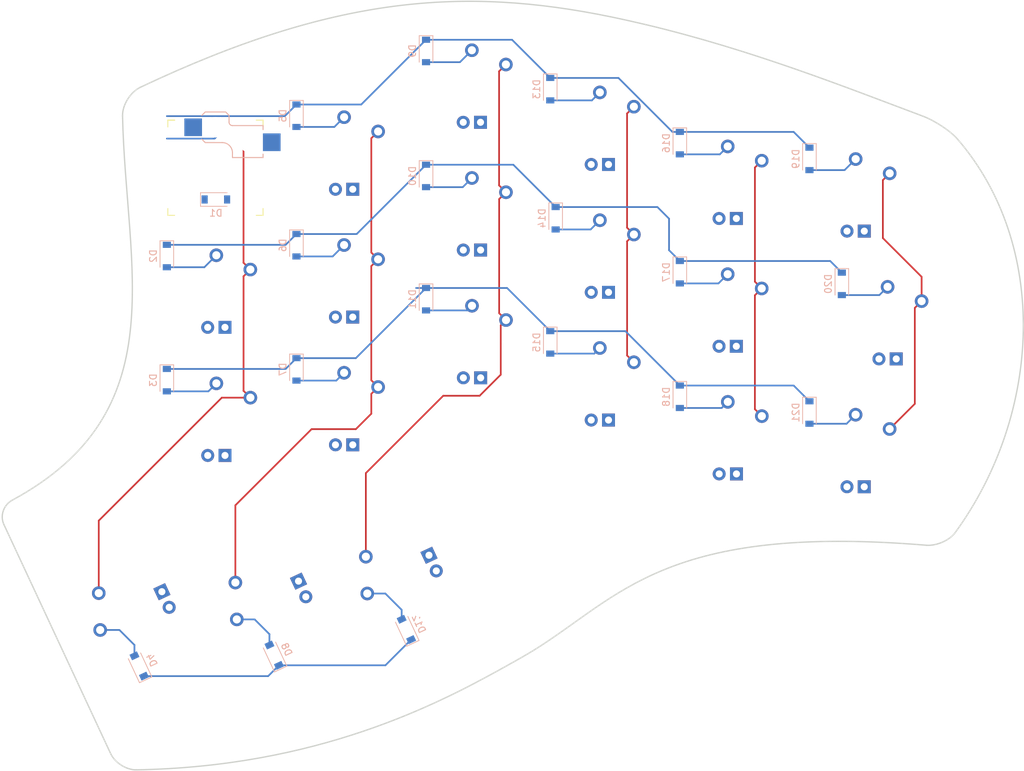
<source format=kicad_pcb>
(kicad_pcb (version 20171130) (host pcbnew "(5.1.9)-1")

  (general
    (thickness 1.6)
    (drawings 247)
    (tracks 136)
    (zones 0)
    (modules 42)
    (nets 31)
  )

  (page A4)
  (layers
    (0 F.Cu signal)
    (31 B.Cu signal)
    (32 B.Adhes user)
    (33 F.Adhes user)
    (34 B.Paste user)
    (35 F.Paste user)
    (36 B.SilkS user)
    (37 F.SilkS user)
    (38 B.Mask user)
    (39 F.Mask user)
    (40 Dwgs.User user)
    (41 Cmts.User user)
    (42 Eco1.User user)
    (43 Eco2.User user)
    (44 Edge.Cuts user)
    (45 Margin user)
    (46 B.CrtYd user)
    (47 F.CrtYd user)
    (48 B.Fab user)
    (49 F.Fab user)
  )

  (setup
    (last_trace_width 0.25)
    (trace_clearance 0.2)
    (zone_clearance 0.508)
    (zone_45_only no)
    (trace_min 0.2)
    (via_size 0.8)
    (via_drill 0.4)
    (via_min_size 0.4)
    (via_min_drill 0.3)
    (uvia_size 0.3)
    (uvia_drill 0.1)
    (uvias_allowed no)
    (uvia_min_size 0.2)
    (uvia_min_drill 0.1)
    (edge_width 0.05)
    (segment_width 0.2)
    (pcb_text_width 0.3)
    (pcb_text_size 1.5 1.5)
    (mod_edge_width 0.12)
    (mod_text_size 1 1)
    (mod_text_width 0.15)
    (pad_size 1.905 1.905)
    (pad_drill 1.04)
    (pad_to_mask_clearance 0)
    (aux_axis_origin 0 0)
    (visible_elements 7FFFFFFF)
    (pcbplotparams
      (layerselection 0x010fc_ffffffff)
      (usegerberextensions false)
      (usegerberattributes true)
      (usegerberadvancedattributes true)
      (creategerberjobfile true)
      (excludeedgelayer true)
      (linewidth 0.100000)
      (plotframeref false)
      (viasonmask false)
      (mode 1)
      (useauxorigin false)
      (hpglpennumber 1)
      (hpglpenspeed 20)
      (hpglpendiameter 15.000000)
      (psnegative false)
      (psa4output false)
      (plotreference true)
      (plotvalue true)
      (plotinvisibletext false)
      (padsonsilk false)
      (subtractmaskfromsilk false)
      (outputformat 1)
      (mirror false)
      (drillshape 1)
      (scaleselection 1)
      (outputdirectory ""))
  )

  (net 0 "")
  (net 1 "Net-(D1-Pad2)")
  (net 2 ROW0)
  (net 3 "Net-(D2-Pad2)")
  (net 4 ROW2)
  (net 5 "Net-(D3-Pad2)")
  (net 6 "Net-(D4-Pad2)")
  (net 7 ROW3)
  (net 8 "Net-(D5-Pad2)")
  (net 9 "Net-(D6-Pad2)")
  (net 10 "Net-(D7-Pad2)")
  (net 11 "Net-(D8-Pad2)")
  (net 12 "Net-(D9-Pad2)")
  (net 13 "Net-(D10-Pad2)")
  (net 14 "Net-(D11-Pad2)")
  (net 15 "Net-(D12-Pad2)")
  (net 16 "Net-(D13-Pad2)")
  (net 17 "Net-(D14-Pad2)")
  (net 18 "Net-(D15-Pad2)")
  (net 19 "Net-(D16-Pad2)")
  (net 20 "Net-(D17-Pad2)")
  (net 21 "Net-(D18-Pad2)")
  (net 22 "Net-(D19-Pad2)")
  (net 23 "Net-(D20-Pad2)")
  (net 24 "Net-(D21-Pad2)")
  (net 25 COL0)
  (net 26 COL1)
  (net 27 COL2)
  (net 28 COL3)
  (net 29 COL4)
  (net 30 COL5)

  (net_class Default "This is the default net class."
    (clearance 0.2)
    (trace_width 0.25)
    (via_dia 0.8)
    (via_drill 0.4)
    (uvia_dia 0.3)
    (uvia_drill 0.1)
    (add_net COL0)
    (add_net COL1)
    (add_net COL2)
    (add_net COL3)
    (add_net COL4)
    (add_net COL5)
    (add_net "Net-(D1-Pad2)")
    (add_net "Net-(D10-Pad2)")
    (add_net "Net-(D11-Pad2)")
    (add_net "Net-(D12-Pad2)")
    (add_net "Net-(D13-Pad2)")
    (add_net "Net-(D14-Pad2)")
    (add_net "Net-(D15-Pad2)")
    (add_net "Net-(D16-Pad2)")
    (add_net "Net-(D17-Pad2)")
    (add_net "Net-(D18-Pad2)")
    (add_net "Net-(D19-Pad2)")
    (add_net "Net-(D2-Pad2)")
    (add_net "Net-(D20-Pad2)")
    (add_net "Net-(D21-Pad2)")
    (add_net "Net-(D3-Pad2)")
    (add_net "Net-(D4-Pad2)")
    (add_net "Net-(D5-Pad2)")
    (add_net "Net-(D6-Pad2)")
    (add_net "Net-(D7-Pad2)")
    (add_net "Net-(D8-Pad2)")
    (add_net "Net-(D9-Pad2)")
    (add_net ROW0)
    (add_net ROW2)
    (add_net ROW3)
  )

  (module Kailh_Choc:Kailh_socket_PG1350 (layer F.Cu) (tedit 616B6758) (tstamp 616531F6)
    (at 45.625 40.132)
    (descr "Kailh \"Choc\" PG1350 keyswitch socket mount")
    (tags kailh,choc)
    (path /6163C148)
    (attr smd)
    (fp_text reference MX1 (at 0 3.175) (layer Dwgs.User)
      (effects (font (size 1 1) (thickness 0.15)))
    )
    (fp_text value MX-NoLED (at 0 -7.9375) (layer Dwgs.User)
      (effects (font (size 1 1) (thickness 0.15)))
    )
    (fp_line (start 4.6 3.1) (end -0.6 3.1) (layer Eco2.User) (width 0.15))
    (fp_line (start -0.6 3.1) (end -0.6 6.3) (layer Eco2.User) (width 0.15))
    (fp_line (start -0.6 6.3) (end 4.6 6.3) (layer Eco2.User) (width 0.15))
    (fp_line (start 4.6 3.1) (end 4.6 6.3) (layer Eco2.User) (width 0.15))
    (fp_line (start 9 6) (end 9 7) (layer F.SilkS) (width 0.15))
    (fp_line (start 9 -7) (end 8 -7) (layer F.SilkS) (width 0.15))
    (fp_line (start 8 7) (end 9 7) (layer F.SilkS) (width 0.15))
    (fp_line (start 9 -7) (end 9 -6) (layer F.SilkS) (width 0.15))
    (fp_line (start -5 -6) (end -5 -7) (layer F.SilkS) (width 0.15))
    (fp_line (start -5 -7) (end -4 -7) (layer F.SilkS) (width 0.15))
    (fp_line (start -4 -7) (end -5 -7) (layer F.SilkS) (width 0.15))
    (fp_line (start -5 7) (end -5 6) (layer F.SilkS) (width 0.15))
    (fp_line (start 8.9 -6.9) (end -4.9 -6.9) (layer Eco2.User) (width 0.15))
    (fp_line (start -4.9 6.9) (end 8.9 6.9) (layer Eco2.User) (width 0.15))
    (fp_line (start -4.9 6.9) (end -4.9 -6.9) (layer Eco2.User) (width 0.15))
    (fp_line (start 8.9 -6.9) (end 8.9 6.9) (layer Eco2.User) (width 0.15))
    (fp_line (start 9.5 7.5) (end -5.5 7.5) (layer F.Fab) (width 0.15))
    (fp_line (start -5.5 7.5) (end -5.5 -7.5) (layer F.Fab) (width 0.15))
    (fp_line (start -5.5 -7.5) (end 9.5 -7.5) (layer F.Fab) (width 0.15))
    (fp_line (start 9.5 -7.5) (end 9.5 7.5) (layer F.Fab) (width 0.15))
    (fp_line (start 9 -5.6) (end 9 -6.2) (layer B.SilkS) (width 0.15))
    (fp_line (start 0.5 -3.7) (end 3 -3.7) (layer B.SilkS) (width 0.15))
    (fp_line (start 3.5 -8.2) (end 4 -7.7) (layer B.SilkS) (width 0.15))
    (fp_line (start 4 -6.7) (end 4 -7.7) (layer B.SilkS) (width 0.15))
    (fp_line (start 9 -6.2) (end 4.5 -6.2) (layer B.SilkS) (width 0.15))
    (fp_line (start 0 -4.2) (end 0.5 -3.7) (layer B.SilkS) (width 0.15))
    (fp_line (start 0 -7.7) (end 0.5 -8.2) (layer B.SilkS) (width 0.15))
    (fp_line (start 0.5 -8.2) (end 3.5 -8.2) (layer B.SilkS) (width 0.15))
    (fp_line (start 4.5 -2.2) (end 4.5 -1.5) (layer B.SilkS) (width 0.15))
    (fp_line (start 4.5 -1.5) (end 9 -1.5) (layer B.SilkS) (width 0.15))
    (fp_line (start 9 -1.5) (end 9 -2) (layer B.SilkS) (width 0.15))
    (fp_line (start -5 7) (end -4 7) (layer F.SilkS) (width 0.15))
    (fp_line (start 0.5 -8.2) (end 3.5 -8.2) (layer B.Fab) (width 0.15))
    (fp_line (start 0 -7.7) (end 0.5 -8.2) (layer B.Fab) (width 0.15))
    (fp_line (start 0.5 -3.7) (end 3 -3.7) (layer B.Fab) (width 0.15))
    (fp_line (start 0 -4.2) (end 0.5 -3.7) (layer B.Fab) (width 0.15))
    (fp_line (start 9 -6.2) (end 4.5 -6.2) (layer B.Fab) (width 0.15))
    (fp_line (start 4 -6.7) (end 4 -7.7) (layer B.Fab) (width 0.15))
    (fp_line (start 3.5 -8.2) (end 4 -7.7) (layer B.Fab) (width 0.15))
    (fp_line (start 4.5 -1.5) (end 9 -1.5) (layer B.Fab) (width 0.15))
    (fp_line (start 4.5 -2.2) (end 4.5 -1.5) (layer B.Fab) (width 0.15))
    (fp_line (start 0 -4.25) (end 0 -7.7) (layer B.Fab) (width 0.12))
    (fp_line (start 9 -1.5) (end 9 -6.2) (layer B.Fab) (width 0.12))
    (fp_line (start 9 -5) (end 11.5 -5) (layer B.Fab) (width 0.12))
    (fp_line (start 11.5 -5) (end 11.5 -2.5) (layer B.Fab) (width 0.12))
    (fp_line (start 11.5 -2.5) (end 9 -2.5) (layer B.Fab) (width 0.12))
    (fp_line (start 0 -4.75) (end -2.5 -4.75) (layer B.Fab) (width 0.12))
    (fp_line (start -2.5 -4.75) (end -2.5 -7.25) (layer B.Fab) (width 0.12))
    (fp_line (start -2.5 -7.25) (end 0 -7.25) (layer B.Fab) (width 0.12))
    (fp_arc (start 3 -2.2) (end 4.5 -2.2) (angle -90) (layer B.Fab) (width 0.15))
    (fp_arc (start 4.5 -6.7) (end 4 -6.7) (angle -90) (layer B.Fab) (width 0.15))
    (fp_text user %R (at 5 -5 180) (layer B.Fab)
      (effects (font (size 1 1) (thickness 0.15)) (justify mirror))
    )
    (fp_text user %V (at 3 -9 180) (layer B.Fab)
      (effects (font (size 1 1) (thickness 0.15)) (justify mirror))
    )
    (fp_arc (start 4.5 -6.7) (end 4 -6.7) (angle -90) (layer B.SilkS) (width 0.15))
    (fp_arc (start 3 -2.2) (end 4.5 -2.2) (angle -90) (layer B.SilkS) (width 0.15))
    (pad "" np_thru_hole circle (at 7.5 0 180) (size 1.7018 1.7018) (drill 1.7018) (layers *.Cu *.Mask))
    (pad "" np_thru_hole circle (at -3.5 0 180) (size 1.7018 1.7018) (drill 1.7018) (layers *.Cu *.Mask))
    (pad 1 smd rect (at -1.275 -5.95 180) (size 2.6 2.6) (layers B.Cu B.Paste B.Mask)
      (net 25 COL0))
    (pad "" np_thru_hole circle (at 7 -3.75 180) (size 3 3) (drill 3) (layers *.Cu *.Mask))
    (pad "" np_thru_hole circle (at 2 0 180) (size 3.429 3.429) (drill 3.429) (layers *.Cu *.Mask))
    (pad "" np_thru_hole circle (at 2 -5.95 180) (size 3 3) (drill 3) (layers *.Cu *.Mask))
    (pad 2 smd rect (at 10.275 -3.75 180) (size 2.6 2.6) (layers B.Cu B.Paste B.Mask)
      (net 1 "Net-(D1-Pad2)"))
    (pad "" np_thru_hole circle (at -3.22 4.2 180) (size 0.9906 0.9906) (drill 0.9906) (layers *.Cu *.Mask))
  )

  (module Diode_SMD:D_SOD-123 (layer B.Cu) (tedit 58645DC7) (tstamp 61652FEA)
    (at 47.6875 44.799341)
    (descr SOD-123)
    (tags SOD-123)
    (path /6163D509)
    (attr smd)
    (fp_text reference D1 (at 0 2 180) (layer B.SilkS)
      (effects (font (size 1 1) (thickness 0.15)) (justify mirror))
    )
    (fp_text value D_Small (at 0 -2.1 180) (layer B.Fab)
      (effects (font (size 1 1) (thickness 0.15)) (justify mirror))
    )
    (fp_line (start -2.25 1) (end -2.25 -1) (layer B.SilkS) (width 0.12))
    (fp_line (start 0.25 0) (end 0.75 0) (layer B.Fab) (width 0.1))
    (fp_line (start 0.25 -0.4) (end -0.35 0) (layer B.Fab) (width 0.1))
    (fp_line (start 0.25 0.4) (end 0.25 -0.4) (layer B.Fab) (width 0.1))
    (fp_line (start -0.35 0) (end 0.25 0.4) (layer B.Fab) (width 0.1))
    (fp_line (start -0.35 0) (end -0.35 -0.55) (layer B.Fab) (width 0.1))
    (fp_line (start -0.35 0) (end -0.35 0.55) (layer B.Fab) (width 0.1))
    (fp_line (start -0.75 0) (end -0.35 0) (layer B.Fab) (width 0.1))
    (fp_line (start -1.4 -0.9) (end -1.4 0.9) (layer B.Fab) (width 0.1))
    (fp_line (start 1.4 -0.9) (end -1.4 -0.9) (layer B.Fab) (width 0.1))
    (fp_line (start 1.4 0.9) (end 1.4 -0.9) (layer B.Fab) (width 0.1))
    (fp_line (start -1.4 0.9) (end 1.4 0.9) (layer B.Fab) (width 0.1))
    (fp_line (start -2.35 1.15) (end 2.35 1.15) (layer B.CrtYd) (width 0.05))
    (fp_line (start 2.35 1.15) (end 2.35 -1.15) (layer B.CrtYd) (width 0.05))
    (fp_line (start 2.35 -1.15) (end -2.35 -1.15) (layer B.CrtYd) (width 0.05))
    (fp_line (start -2.35 1.15) (end -2.35 -1.15) (layer B.CrtYd) (width 0.05))
    (fp_line (start -2.25 -1) (end 1.65 -1) (layer B.SilkS) (width 0.12))
    (fp_line (start -2.25 1) (end 1.65 1) (layer B.SilkS) (width 0.12))
    (fp_text user %R (at 0 2 180) (layer B.Fab)
      (effects (font (size 1 1) (thickness 0.15)) (justify mirror))
    )
    (pad 2 smd rect (at 1.65 0) (size 0.9 1.2) (layers B.Cu B.Paste B.Mask)
      (net 1 "Net-(D1-Pad2)"))
    (pad 1 smd rect (at -1.65 0) (size 0.9 1.2) (layers B.Cu B.Paste B.Mask)
      (net 2 ROW0))
    (model ${KISYS3DMOD}/Diode_SMD.3dshapes/D_SOD-123.wrl
      (at (xyz 0 0 0))
      (scale (xyz 1 1 1))
      (rotate (xyz 0 0 0))
    )
  )

  (module Diode_SMD:D_SOD-123 (layer B.Cu) (tedit 58645DC7) (tstamp 61653003)
    (at 40.48125 53.11875 270)
    (descr SOD-123)
    (tags SOD-123)
    (path /616AA823)
    (attr smd)
    (fp_text reference D2 (at 0 2 270) (layer B.SilkS)
      (effects (font (size 1 1) (thickness 0.15)) (justify mirror))
    )
    (fp_text value D_Small (at 0 -2.1 270) (layer B.Fab)
      (effects (font (size 1 1) (thickness 0.15)) (justify mirror))
    )
    (fp_line (start -2.25 1) (end -2.25 -1) (layer B.SilkS) (width 0.12))
    (fp_line (start 0.25 0) (end 0.75 0) (layer B.Fab) (width 0.1))
    (fp_line (start 0.25 -0.4) (end -0.35 0) (layer B.Fab) (width 0.1))
    (fp_line (start 0.25 0.4) (end 0.25 -0.4) (layer B.Fab) (width 0.1))
    (fp_line (start -0.35 0) (end 0.25 0.4) (layer B.Fab) (width 0.1))
    (fp_line (start -0.35 0) (end -0.35 -0.55) (layer B.Fab) (width 0.1))
    (fp_line (start -0.35 0) (end -0.35 0.55) (layer B.Fab) (width 0.1))
    (fp_line (start -0.75 0) (end -0.35 0) (layer B.Fab) (width 0.1))
    (fp_line (start -1.4 -0.9) (end -1.4 0.9) (layer B.Fab) (width 0.1))
    (fp_line (start 1.4 -0.9) (end -1.4 -0.9) (layer B.Fab) (width 0.1))
    (fp_line (start 1.4 0.9) (end 1.4 -0.9) (layer B.Fab) (width 0.1))
    (fp_line (start -1.4 0.9) (end 1.4 0.9) (layer B.Fab) (width 0.1))
    (fp_line (start -2.35 1.15) (end 2.35 1.15) (layer B.CrtYd) (width 0.05))
    (fp_line (start 2.35 1.15) (end 2.35 -1.15) (layer B.CrtYd) (width 0.05))
    (fp_line (start 2.35 -1.15) (end -2.35 -1.15) (layer B.CrtYd) (width 0.05))
    (fp_line (start -2.35 1.15) (end -2.35 -1.15) (layer B.CrtYd) (width 0.05))
    (fp_line (start -2.25 -1) (end 1.65 -1) (layer B.SilkS) (width 0.12))
    (fp_line (start -2.25 1) (end 1.65 1) (layer B.SilkS) (width 0.12))
    (fp_text user %R (at 0 2 270) (layer B.Fab)
      (effects (font (size 1 1) (thickness 0.15)) (justify mirror))
    )
    (pad 2 smd rect (at 1.65 0 270) (size 0.9 1.2) (layers B.Cu B.Paste B.Mask)
      (net 3 "Net-(D2-Pad2)"))
    (pad 1 smd rect (at -1.65 0 270) (size 0.9 1.2) (layers B.Cu B.Paste B.Mask)
      (net 4 ROW2))
    (model ${KISYS3DMOD}/Diode_SMD.3dshapes/D_SOD-123.wrl
      (at (xyz 0 0 0))
      (scale (xyz 1 1 1))
      (rotate (xyz 0 0 0))
    )
  )

  (module Diode_SMD:D_SOD-123 (layer B.Cu) (tedit 58645DC7) (tstamp 6165301C)
    (at 40.48125 71.375 270)
    (descr SOD-123)
    (tags SOD-123)
    (path /616B32CC)
    (attr smd)
    (fp_text reference D3 (at 0 2 270) (layer B.SilkS)
      (effects (font (size 1 1) (thickness 0.15)) (justify mirror))
    )
    (fp_text value D_Small (at 0 -2.1 270) (layer B.Fab)
      (effects (font (size 1 1) (thickness 0.15)) (justify mirror))
    )
    (fp_line (start -2.25 1) (end -2.25 -1) (layer B.SilkS) (width 0.12))
    (fp_line (start 0.25 0) (end 0.75 0) (layer B.Fab) (width 0.1))
    (fp_line (start 0.25 -0.4) (end -0.35 0) (layer B.Fab) (width 0.1))
    (fp_line (start 0.25 0.4) (end 0.25 -0.4) (layer B.Fab) (width 0.1))
    (fp_line (start -0.35 0) (end 0.25 0.4) (layer B.Fab) (width 0.1))
    (fp_line (start -0.35 0) (end -0.35 -0.55) (layer B.Fab) (width 0.1))
    (fp_line (start -0.35 0) (end -0.35 0.55) (layer B.Fab) (width 0.1))
    (fp_line (start -0.75 0) (end -0.35 0) (layer B.Fab) (width 0.1))
    (fp_line (start -1.4 -0.9) (end -1.4 0.9) (layer B.Fab) (width 0.1))
    (fp_line (start 1.4 -0.9) (end -1.4 -0.9) (layer B.Fab) (width 0.1))
    (fp_line (start 1.4 0.9) (end 1.4 -0.9) (layer B.Fab) (width 0.1))
    (fp_line (start -1.4 0.9) (end 1.4 0.9) (layer B.Fab) (width 0.1))
    (fp_line (start -2.35 1.15) (end 2.35 1.15) (layer B.CrtYd) (width 0.05))
    (fp_line (start 2.35 1.15) (end 2.35 -1.15) (layer B.CrtYd) (width 0.05))
    (fp_line (start 2.35 -1.15) (end -2.35 -1.15) (layer B.CrtYd) (width 0.05))
    (fp_line (start -2.35 1.15) (end -2.35 -1.15) (layer B.CrtYd) (width 0.05))
    (fp_line (start -2.25 -1) (end 1.65 -1) (layer B.SilkS) (width 0.12))
    (fp_line (start -2.25 1) (end 1.65 1) (layer B.SilkS) (width 0.12))
    (fp_text user %R (at 0 2 270) (layer B.Fab)
      (effects (font (size 1 1) (thickness 0.15)) (justify mirror))
    )
    (pad 2 smd rect (at 1.65 0 270) (size 0.9 1.2) (layers B.Cu B.Paste B.Mask)
      (net 5 "Net-(D3-Pad2)"))
    (pad 1 smd rect (at -1.65 0 270) (size 0.9 1.2) (layers B.Cu B.Paste B.Mask)
      (net 4 ROW2))
    (model ${KISYS3DMOD}/Diode_SMD.3dshapes/D_SOD-123.wrl
      (at (xyz 0 0 0))
      (scale (xyz 1 1 1))
      (rotate (xyz 0 0 0))
    )
  )

  (module Diode_SMD:D_SOD-123 (layer B.Cu) (tedit 58645DC7) (tstamp 61653035)
    (at 36.41607 113.414158 115)
    (descr SOD-123)
    (tags SOD-123)
    (path /616C9F8B)
    (attr smd)
    (fp_text reference D4 (at 0 2 115) (layer B.SilkS)
      (effects (font (size 1 1) (thickness 0.15)) (justify mirror))
    )
    (fp_text value D_Small (at 0 -2.1 115) (layer B.Fab)
      (effects (font (size 1 1) (thickness 0.15)) (justify mirror))
    )
    (fp_line (start -2.25 1) (end -2.25 -1) (layer B.SilkS) (width 0.12))
    (fp_line (start 0.25 0) (end 0.75 0) (layer B.Fab) (width 0.1))
    (fp_line (start 0.25 -0.4) (end -0.35 0) (layer B.Fab) (width 0.1))
    (fp_line (start 0.25 0.4) (end 0.25 -0.4) (layer B.Fab) (width 0.1))
    (fp_line (start -0.35 0) (end 0.25 0.4) (layer B.Fab) (width 0.1))
    (fp_line (start -0.35 0) (end -0.35 -0.55) (layer B.Fab) (width 0.1))
    (fp_line (start -0.35 0) (end -0.35 0.55) (layer B.Fab) (width 0.1))
    (fp_line (start -0.75 0) (end -0.35 0) (layer B.Fab) (width 0.1))
    (fp_line (start -1.4 -0.9) (end -1.4 0.9) (layer B.Fab) (width 0.1))
    (fp_line (start 1.4 -0.9) (end -1.4 -0.9) (layer B.Fab) (width 0.1))
    (fp_line (start 1.4 0.9) (end 1.4 -0.9) (layer B.Fab) (width 0.1))
    (fp_line (start -1.4 0.9) (end 1.4 0.9) (layer B.Fab) (width 0.1))
    (fp_line (start -2.35 1.15) (end 2.35 1.15) (layer B.CrtYd) (width 0.05))
    (fp_line (start 2.35 1.15) (end 2.35 -1.15) (layer B.CrtYd) (width 0.05))
    (fp_line (start 2.35 -1.15) (end -2.35 -1.15) (layer B.CrtYd) (width 0.05))
    (fp_line (start -2.35 1.15) (end -2.35 -1.15) (layer B.CrtYd) (width 0.05))
    (fp_line (start -2.25 -1) (end 1.65 -1) (layer B.SilkS) (width 0.12))
    (fp_line (start -2.25 1) (end 1.65 1) (layer B.SilkS) (width 0.12))
    (fp_text user %R (at 0 2 115) (layer B.Fab)
      (effects (font (size 1 1) (thickness 0.15)) (justify mirror))
    )
    (pad 2 smd rect (at 1.65 0 115) (size 0.9 1.2) (layers B.Cu B.Paste B.Mask)
      (net 6 "Net-(D4-Pad2)"))
    (pad 1 smd rect (at -1.65 0 115) (size 0.9 1.2) (layers B.Cu B.Paste B.Mask)
      (net 7 ROW3))
    (model ${KISYS3DMOD}/Diode_SMD.3dshapes/D_SOD-123.wrl
      (at (xyz 0 0 0))
      (scale (xyz 1 1 1))
      (rotate (xyz 0 0 0))
    )
  )

  (module Diode_SMD:D_SOD-123 (layer B.Cu) (tedit 58645DC7) (tstamp 6165304E)
    (at 59.53125 32.48125 270)
    (descr SOD-123)
    (tags SOD-123)
    (path /6169AC38)
    (attr smd)
    (fp_text reference D5 (at 0 2 270) (layer B.SilkS)
      (effects (font (size 1 1) (thickness 0.15)) (justify mirror))
    )
    (fp_text value D_Small (at 0 -2.1 270) (layer B.Fab)
      (effects (font (size 1 1) (thickness 0.15)) (justify mirror))
    )
    (fp_line (start -2.25 1) (end -2.25 -1) (layer B.SilkS) (width 0.12))
    (fp_line (start 0.25 0) (end 0.75 0) (layer B.Fab) (width 0.1))
    (fp_line (start 0.25 -0.4) (end -0.35 0) (layer B.Fab) (width 0.1))
    (fp_line (start 0.25 0.4) (end 0.25 -0.4) (layer B.Fab) (width 0.1))
    (fp_line (start -0.35 0) (end 0.25 0.4) (layer B.Fab) (width 0.1))
    (fp_line (start -0.35 0) (end -0.35 -0.55) (layer B.Fab) (width 0.1))
    (fp_line (start -0.35 0) (end -0.35 0.55) (layer B.Fab) (width 0.1))
    (fp_line (start -0.75 0) (end -0.35 0) (layer B.Fab) (width 0.1))
    (fp_line (start -1.4 -0.9) (end -1.4 0.9) (layer B.Fab) (width 0.1))
    (fp_line (start 1.4 -0.9) (end -1.4 -0.9) (layer B.Fab) (width 0.1))
    (fp_line (start 1.4 0.9) (end 1.4 -0.9) (layer B.Fab) (width 0.1))
    (fp_line (start -1.4 0.9) (end 1.4 0.9) (layer B.Fab) (width 0.1))
    (fp_line (start -2.35 1.15) (end 2.35 1.15) (layer B.CrtYd) (width 0.05))
    (fp_line (start 2.35 1.15) (end 2.35 -1.15) (layer B.CrtYd) (width 0.05))
    (fp_line (start 2.35 -1.15) (end -2.35 -1.15) (layer B.CrtYd) (width 0.05))
    (fp_line (start -2.35 1.15) (end -2.35 -1.15) (layer B.CrtYd) (width 0.05))
    (fp_line (start -2.25 -1) (end 1.65 -1) (layer B.SilkS) (width 0.12))
    (fp_line (start -2.25 1) (end 1.65 1) (layer B.SilkS) (width 0.12))
    (fp_text user %R (at 0 2 270) (layer B.Fab)
      (effects (font (size 1 1) (thickness 0.15)) (justify mirror))
    )
    (pad 2 smd rect (at 1.65 0 270) (size 0.9 1.2) (layers B.Cu B.Paste B.Mask)
      (net 8 "Net-(D5-Pad2)"))
    (pad 1 smd rect (at -1.65 0 270) (size 0.9 1.2) (layers B.Cu B.Paste B.Mask)
      (net 2 ROW0))
    (model ${KISYS3DMOD}/Diode_SMD.3dshapes/D_SOD-123.wrl
      (at (xyz 0 0 0))
      (scale (xyz 1 1 1))
      (rotate (xyz 0 0 0))
    )
  )

  (module Diode_SMD:D_SOD-123 (layer B.Cu) (tedit 58645DC7) (tstamp 61653067)
    (at 59.53125 51.53125 270)
    (descr SOD-123)
    (tags SOD-123)
    (path /616AA830)
    (attr smd)
    (fp_text reference D6 (at 0 2 270) (layer B.SilkS)
      (effects (font (size 1 1) (thickness 0.15)) (justify mirror))
    )
    (fp_text value D_Small (at 0 -2.1 270) (layer B.Fab)
      (effects (font (size 1 1) (thickness 0.15)) (justify mirror))
    )
    (fp_line (start -2.25 1) (end -2.25 -1) (layer B.SilkS) (width 0.12))
    (fp_line (start 0.25 0) (end 0.75 0) (layer B.Fab) (width 0.1))
    (fp_line (start 0.25 -0.4) (end -0.35 0) (layer B.Fab) (width 0.1))
    (fp_line (start 0.25 0.4) (end 0.25 -0.4) (layer B.Fab) (width 0.1))
    (fp_line (start -0.35 0) (end 0.25 0.4) (layer B.Fab) (width 0.1))
    (fp_line (start -0.35 0) (end -0.35 -0.55) (layer B.Fab) (width 0.1))
    (fp_line (start -0.35 0) (end -0.35 0.55) (layer B.Fab) (width 0.1))
    (fp_line (start -0.75 0) (end -0.35 0) (layer B.Fab) (width 0.1))
    (fp_line (start -1.4 -0.9) (end -1.4 0.9) (layer B.Fab) (width 0.1))
    (fp_line (start 1.4 -0.9) (end -1.4 -0.9) (layer B.Fab) (width 0.1))
    (fp_line (start 1.4 0.9) (end 1.4 -0.9) (layer B.Fab) (width 0.1))
    (fp_line (start -1.4 0.9) (end 1.4 0.9) (layer B.Fab) (width 0.1))
    (fp_line (start -2.35 1.15) (end 2.35 1.15) (layer B.CrtYd) (width 0.05))
    (fp_line (start 2.35 1.15) (end 2.35 -1.15) (layer B.CrtYd) (width 0.05))
    (fp_line (start 2.35 -1.15) (end -2.35 -1.15) (layer B.CrtYd) (width 0.05))
    (fp_line (start -2.35 1.15) (end -2.35 -1.15) (layer B.CrtYd) (width 0.05))
    (fp_line (start -2.25 -1) (end 1.65 -1) (layer B.SilkS) (width 0.12))
    (fp_line (start -2.25 1) (end 1.65 1) (layer B.SilkS) (width 0.12))
    (fp_text user %R (at 0 2 270) (layer B.Fab)
      (effects (font (size 1 1) (thickness 0.15)) (justify mirror))
    )
    (pad 2 smd rect (at 1.65 0 270) (size 0.9 1.2) (layers B.Cu B.Paste B.Mask)
      (net 9 "Net-(D6-Pad2)"))
    (pad 1 smd rect (at -1.65 0 270) (size 0.9 1.2) (layers B.Cu B.Paste B.Mask)
      (net 4 ROW2))
    (model ${KISYS3DMOD}/Diode_SMD.3dshapes/D_SOD-123.wrl
      (at (xyz 0 0 0))
      (scale (xyz 1 1 1))
      (rotate (xyz 0 0 0))
    )
  )

  (module Diode_SMD:D_SOD-123 (layer B.Cu) (tedit 58645DC7) (tstamp 61653080)
    (at 59.53125 69.7875 270)
    (descr SOD-123)
    (tags SOD-123)
    (path /616B32D9)
    (attr smd)
    (fp_text reference D7 (at 0 2 90) (layer B.SilkS)
      (effects (font (size 1 1) (thickness 0.15)) (justify mirror))
    )
    (fp_text value D_Small (at 0 -2.1 90) (layer B.Fab)
      (effects (font (size 1 1) (thickness 0.15)) (justify mirror))
    )
    (fp_line (start -2.25 1) (end -2.25 -1) (layer B.SilkS) (width 0.12))
    (fp_line (start 0.25 0) (end 0.75 0) (layer B.Fab) (width 0.1))
    (fp_line (start 0.25 -0.4) (end -0.35 0) (layer B.Fab) (width 0.1))
    (fp_line (start 0.25 0.4) (end 0.25 -0.4) (layer B.Fab) (width 0.1))
    (fp_line (start -0.35 0) (end 0.25 0.4) (layer B.Fab) (width 0.1))
    (fp_line (start -0.35 0) (end -0.35 -0.55) (layer B.Fab) (width 0.1))
    (fp_line (start -0.35 0) (end -0.35 0.55) (layer B.Fab) (width 0.1))
    (fp_line (start -0.75 0) (end -0.35 0) (layer B.Fab) (width 0.1))
    (fp_line (start -1.4 -0.9) (end -1.4 0.9) (layer B.Fab) (width 0.1))
    (fp_line (start 1.4 -0.9) (end -1.4 -0.9) (layer B.Fab) (width 0.1))
    (fp_line (start 1.4 0.9) (end 1.4 -0.9) (layer B.Fab) (width 0.1))
    (fp_line (start -1.4 0.9) (end 1.4 0.9) (layer B.Fab) (width 0.1))
    (fp_line (start -2.35 1.15) (end 2.35 1.15) (layer B.CrtYd) (width 0.05))
    (fp_line (start 2.35 1.15) (end 2.35 -1.15) (layer B.CrtYd) (width 0.05))
    (fp_line (start 2.35 -1.15) (end -2.35 -1.15) (layer B.CrtYd) (width 0.05))
    (fp_line (start -2.35 1.15) (end -2.35 -1.15) (layer B.CrtYd) (width 0.05))
    (fp_line (start -2.25 -1) (end 1.65 -1) (layer B.SilkS) (width 0.12))
    (fp_line (start -2.25 1) (end 1.65 1) (layer B.SilkS) (width 0.12))
    (fp_text user %R (at 0 2 90) (layer B.Fab)
      (effects (font (size 1 1) (thickness 0.15)) (justify mirror))
    )
    (pad 2 smd rect (at 1.65 0 270) (size 0.9 1.2) (layers B.Cu B.Paste B.Mask)
      (net 10 "Net-(D7-Pad2)"))
    (pad 1 smd rect (at -1.65 0 270) (size 0.9 1.2) (layers B.Cu B.Paste B.Mask)
      (net 4 ROW2))
    (model ${KISYS3DMOD}/Diode_SMD.3dshapes/D_SOD-123.wrl
      (at (xyz 0 0 0))
      (scale (xyz 1 1 1))
      (rotate (xyz 0 0 0))
    )
  )

  (module Diode_SMD:D_SOD-123 (layer B.Cu) (tedit 58645DC7) (tstamp 61653099)
    (at 56.25982 111.826658 115)
    (descr SOD-123)
    (tags SOD-123)
    (path /616C9F98)
    (attr smd)
    (fp_text reference D8 (at 0 2 115) (layer B.SilkS)
      (effects (font (size 1 1) (thickness 0.15)) (justify mirror))
    )
    (fp_text value D_Small (at 0 -2.1 115) (layer B.Fab)
      (effects (font (size 1 1) (thickness 0.15)) (justify mirror))
    )
    (fp_line (start -2.25 1) (end -2.25 -1) (layer B.SilkS) (width 0.12))
    (fp_line (start 0.25 0) (end 0.75 0) (layer B.Fab) (width 0.1))
    (fp_line (start 0.25 -0.4) (end -0.35 0) (layer B.Fab) (width 0.1))
    (fp_line (start 0.25 0.4) (end 0.25 -0.4) (layer B.Fab) (width 0.1))
    (fp_line (start -0.35 0) (end 0.25 0.4) (layer B.Fab) (width 0.1))
    (fp_line (start -0.35 0) (end -0.35 -0.55) (layer B.Fab) (width 0.1))
    (fp_line (start -0.35 0) (end -0.35 0.55) (layer B.Fab) (width 0.1))
    (fp_line (start -0.75 0) (end -0.35 0) (layer B.Fab) (width 0.1))
    (fp_line (start -1.4 -0.9) (end -1.4 0.9) (layer B.Fab) (width 0.1))
    (fp_line (start 1.4 -0.9) (end -1.4 -0.9) (layer B.Fab) (width 0.1))
    (fp_line (start 1.4 0.9) (end 1.4 -0.9) (layer B.Fab) (width 0.1))
    (fp_line (start -1.4 0.9) (end 1.4 0.9) (layer B.Fab) (width 0.1))
    (fp_line (start -2.35 1.15) (end 2.35 1.15) (layer B.CrtYd) (width 0.05))
    (fp_line (start 2.35 1.15) (end 2.35 -1.15) (layer B.CrtYd) (width 0.05))
    (fp_line (start 2.35 -1.15) (end -2.35 -1.15) (layer B.CrtYd) (width 0.05))
    (fp_line (start -2.35 1.15) (end -2.35 -1.15) (layer B.CrtYd) (width 0.05))
    (fp_line (start -2.25 -1) (end 1.65 -1) (layer B.SilkS) (width 0.12))
    (fp_line (start -2.25 1) (end 1.65 1) (layer B.SilkS) (width 0.12))
    (fp_text user %R (at 0 2 115) (layer B.Fab)
      (effects (font (size 1 1) (thickness 0.15)) (justify mirror))
    )
    (pad 2 smd rect (at 1.65 0 115) (size 0.9 1.2) (layers B.Cu B.Paste B.Mask)
      (net 11 "Net-(D8-Pad2)"))
    (pad 1 smd rect (at -1.65 0 115) (size 0.9 1.2) (layers B.Cu B.Paste B.Mask)
      (net 7 ROW3))
    (model ${KISYS3DMOD}/Diode_SMD.3dshapes/D_SOD-123.wrl
      (at (xyz 0 0 0))
      (scale (xyz 1 1 1))
      (rotate (xyz 0 0 0))
    )
  )

  (module Diode_SMD:D_SOD-123 (layer B.Cu) (tedit 58645DC7) (tstamp 616530B2)
    (at 78.58125 22.95625 270)
    (descr SOD-123)
    (tags SOD-123)
    (path /6169C5C0)
    (attr smd)
    (fp_text reference D9 (at 0 2 270) (layer B.SilkS)
      (effects (font (size 1 1) (thickness 0.15)) (justify mirror))
    )
    (fp_text value D_Small (at 0 -2.1 270) (layer B.Fab)
      (effects (font (size 1 1) (thickness 0.15)) (justify mirror))
    )
    (fp_line (start -2.25 1) (end -2.25 -1) (layer B.SilkS) (width 0.12))
    (fp_line (start 0.25 0) (end 0.75 0) (layer B.Fab) (width 0.1))
    (fp_line (start 0.25 -0.4) (end -0.35 0) (layer B.Fab) (width 0.1))
    (fp_line (start 0.25 0.4) (end 0.25 -0.4) (layer B.Fab) (width 0.1))
    (fp_line (start -0.35 0) (end 0.25 0.4) (layer B.Fab) (width 0.1))
    (fp_line (start -0.35 0) (end -0.35 -0.55) (layer B.Fab) (width 0.1))
    (fp_line (start -0.35 0) (end -0.35 0.55) (layer B.Fab) (width 0.1))
    (fp_line (start -0.75 0) (end -0.35 0) (layer B.Fab) (width 0.1))
    (fp_line (start -1.4 -0.9) (end -1.4 0.9) (layer B.Fab) (width 0.1))
    (fp_line (start 1.4 -0.9) (end -1.4 -0.9) (layer B.Fab) (width 0.1))
    (fp_line (start 1.4 0.9) (end 1.4 -0.9) (layer B.Fab) (width 0.1))
    (fp_line (start -1.4 0.9) (end 1.4 0.9) (layer B.Fab) (width 0.1))
    (fp_line (start -2.35 1.15) (end 2.35 1.15) (layer B.CrtYd) (width 0.05))
    (fp_line (start 2.35 1.15) (end 2.35 -1.15) (layer B.CrtYd) (width 0.05))
    (fp_line (start 2.35 -1.15) (end -2.35 -1.15) (layer B.CrtYd) (width 0.05))
    (fp_line (start -2.35 1.15) (end -2.35 -1.15) (layer B.CrtYd) (width 0.05))
    (fp_line (start -2.25 -1) (end 1.65 -1) (layer B.SilkS) (width 0.12))
    (fp_line (start -2.25 1) (end 1.65 1) (layer B.SilkS) (width 0.12))
    (fp_text user %R (at 0 2 270) (layer B.Fab)
      (effects (font (size 1 1) (thickness 0.15)) (justify mirror))
    )
    (pad 2 smd rect (at 1.65 0 270) (size 0.9 1.2) (layers B.Cu B.Paste B.Mask)
      (net 12 "Net-(D9-Pad2)"))
    (pad 1 smd rect (at -1.65 0 270) (size 0.9 1.2) (layers B.Cu B.Paste B.Mask)
      (net 2 ROW0))
    (model ${KISYS3DMOD}/Diode_SMD.3dshapes/D_SOD-123.wrl
      (at (xyz 0 0 0))
      (scale (xyz 1 1 1))
      (rotate (xyz 0 0 0))
    )
  )

  (module Diode_SMD:D_SOD-123 (layer B.Cu) (tedit 58645DC7) (tstamp 616530CB)
    (at 78.58125 41.3375 270)
    (descr SOD-123)
    (tags SOD-123)
    (path /616AA83D)
    (attr smd)
    (fp_text reference D10 (at 0 2 270) (layer B.SilkS)
      (effects (font (size 1 1) (thickness 0.15)) (justify mirror))
    )
    (fp_text value D_Small (at 0 -2.1 270) (layer B.Fab)
      (effects (font (size 1 1) (thickness 0.15)) (justify mirror))
    )
    (fp_line (start -2.25 1) (end -2.25 -1) (layer B.SilkS) (width 0.12))
    (fp_line (start 0.25 0) (end 0.75 0) (layer B.Fab) (width 0.1))
    (fp_line (start 0.25 -0.4) (end -0.35 0) (layer B.Fab) (width 0.1))
    (fp_line (start 0.25 0.4) (end 0.25 -0.4) (layer B.Fab) (width 0.1))
    (fp_line (start -0.35 0) (end 0.25 0.4) (layer B.Fab) (width 0.1))
    (fp_line (start -0.35 0) (end -0.35 -0.55) (layer B.Fab) (width 0.1))
    (fp_line (start -0.35 0) (end -0.35 0.55) (layer B.Fab) (width 0.1))
    (fp_line (start -0.75 0) (end -0.35 0) (layer B.Fab) (width 0.1))
    (fp_line (start -1.4 -0.9) (end -1.4 0.9) (layer B.Fab) (width 0.1))
    (fp_line (start 1.4 -0.9) (end -1.4 -0.9) (layer B.Fab) (width 0.1))
    (fp_line (start 1.4 0.9) (end 1.4 -0.9) (layer B.Fab) (width 0.1))
    (fp_line (start -1.4 0.9) (end 1.4 0.9) (layer B.Fab) (width 0.1))
    (fp_line (start -2.35 1.15) (end 2.35 1.15) (layer B.CrtYd) (width 0.05))
    (fp_line (start 2.35 1.15) (end 2.35 -1.15) (layer B.CrtYd) (width 0.05))
    (fp_line (start 2.35 -1.15) (end -2.35 -1.15) (layer B.CrtYd) (width 0.05))
    (fp_line (start -2.35 1.15) (end -2.35 -1.15) (layer B.CrtYd) (width 0.05))
    (fp_line (start -2.25 -1) (end 1.65 -1) (layer B.SilkS) (width 0.12))
    (fp_line (start -2.25 1) (end 1.65 1) (layer B.SilkS) (width 0.12))
    (fp_text user %R (at 0 2 270) (layer B.Fab)
      (effects (font (size 1 1) (thickness 0.15)) (justify mirror))
    )
    (pad 2 smd rect (at 1.65 0 270) (size 0.9 1.2) (layers B.Cu B.Paste B.Mask)
      (net 13 "Net-(D10-Pad2)"))
    (pad 1 smd rect (at -1.65 0 270) (size 0.9 1.2) (layers B.Cu B.Paste B.Mask)
      (net 4 ROW2))
    (model ${KISYS3DMOD}/Diode_SMD.3dshapes/D_SOD-123.wrl
      (at (xyz 0 0 0))
      (scale (xyz 1 1 1))
      (rotate (xyz 0 0 0))
    )
  )

  (module Diode_SMD:D_SOD-123 (layer B.Cu) (tedit 58645DC7) (tstamp 616530E4)
    (at 78.58125 59.46875 270)
    (descr SOD-123)
    (tags SOD-123)
    (path /616B32E6)
    (attr smd)
    (fp_text reference D11 (at 0 2 270) (layer B.SilkS)
      (effects (font (size 1 1) (thickness 0.15)) (justify mirror))
    )
    (fp_text value D_Small (at 0 -2.1 270) (layer B.Fab)
      (effects (font (size 1 1) (thickness 0.15)) (justify mirror))
    )
    (fp_line (start -2.25 1) (end -2.25 -1) (layer B.SilkS) (width 0.12))
    (fp_line (start 0.25 0) (end 0.75 0) (layer B.Fab) (width 0.1))
    (fp_line (start 0.25 -0.4) (end -0.35 0) (layer B.Fab) (width 0.1))
    (fp_line (start 0.25 0.4) (end 0.25 -0.4) (layer B.Fab) (width 0.1))
    (fp_line (start -0.35 0) (end 0.25 0.4) (layer B.Fab) (width 0.1))
    (fp_line (start -0.35 0) (end -0.35 -0.55) (layer B.Fab) (width 0.1))
    (fp_line (start -0.35 0) (end -0.35 0.55) (layer B.Fab) (width 0.1))
    (fp_line (start -0.75 0) (end -0.35 0) (layer B.Fab) (width 0.1))
    (fp_line (start -1.4 -0.9) (end -1.4 0.9) (layer B.Fab) (width 0.1))
    (fp_line (start 1.4 -0.9) (end -1.4 -0.9) (layer B.Fab) (width 0.1))
    (fp_line (start 1.4 0.9) (end 1.4 -0.9) (layer B.Fab) (width 0.1))
    (fp_line (start -1.4 0.9) (end 1.4 0.9) (layer B.Fab) (width 0.1))
    (fp_line (start -2.35 1.15) (end 2.35 1.15) (layer B.CrtYd) (width 0.05))
    (fp_line (start 2.35 1.15) (end 2.35 -1.15) (layer B.CrtYd) (width 0.05))
    (fp_line (start 2.35 -1.15) (end -2.35 -1.15) (layer B.CrtYd) (width 0.05))
    (fp_line (start -2.35 1.15) (end -2.35 -1.15) (layer B.CrtYd) (width 0.05))
    (fp_line (start -2.25 -1) (end 1.65 -1) (layer B.SilkS) (width 0.12))
    (fp_line (start -2.25 1) (end 1.65 1) (layer B.SilkS) (width 0.12))
    (fp_text user %R (at 0 2 270) (layer B.Fab)
      (effects (font (size 1 1) (thickness 0.15)) (justify mirror))
    )
    (pad 2 smd rect (at 1.65 0 270) (size 0.9 1.2) (layers B.Cu B.Paste B.Mask)
      (net 14 "Net-(D11-Pad2)"))
    (pad 1 smd rect (at -1.65 0 270) (size 0.9 1.2) (layers B.Cu B.Paste B.Mask)
      (net 4 ROW2))
    (model ${KISYS3DMOD}/Diode_SMD.3dshapes/D_SOD-123.wrl
      (at (xyz 0 0 0))
      (scale (xyz 1 1 1))
      (rotate (xyz 0 0 0))
    )
  )

  (module Diode_SMD:D_SOD-123 (layer B.Cu) (tedit 58645DC7) (tstamp 616530FD)
    (at 75.692 108.042092 115)
    (descr SOD-123)
    (tags SOD-123)
    (path /616C9FA5)
    (attr smd)
    (fp_text reference D12 (at 0 2 115) (layer B.SilkS)
      (effects (font (size 1 1) (thickness 0.15)) (justify mirror))
    )
    (fp_text value D_Small (at 0 -2.1 115) (layer B.Fab)
      (effects (font (size 1 1) (thickness 0.15)) (justify mirror))
    )
    (fp_line (start -2.25 1) (end -2.25 -1) (layer B.SilkS) (width 0.12))
    (fp_line (start 0.25 0) (end 0.75 0) (layer B.Fab) (width 0.1))
    (fp_line (start 0.25 -0.4) (end -0.35 0) (layer B.Fab) (width 0.1))
    (fp_line (start 0.25 0.4) (end 0.25 -0.4) (layer B.Fab) (width 0.1))
    (fp_line (start -0.35 0) (end 0.25 0.4) (layer B.Fab) (width 0.1))
    (fp_line (start -0.35 0) (end -0.35 -0.55) (layer B.Fab) (width 0.1))
    (fp_line (start -0.35 0) (end -0.35 0.55) (layer B.Fab) (width 0.1))
    (fp_line (start -0.75 0) (end -0.35 0) (layer B.Fab) (width 0.1))
    (fp_line (start -1.4 -0.9) (end -1.4 0.9) (layer B.Fab) (width 0.1))
    (fp_line (start 1.4 -0.9) (end -1.4 -0.9) (layer B.Fab) (width 0.1))
    (fp_line (start 1.4 0.9) (end 1.4 -0.9) (layer B.Fab) (width 0.1))
    (fp_line (start -1.4 0.9) (end 1.4 0.9) (layer B.Fab) (width 0.1))
    (fp_line (start -2.35 1.15) (end 2.35 1.15) (layer B.CrtYd) (width 0.05))
    (fp_line (start 2.35 1.15) (end 2.35 -1.15) (layer B.CrtYd) (width 0.05))
    (fp_line (start 2.35 -1.15) (end -2.35 -1.15) (layer B.CrtYd) (width 0.05))
    (fp_line (start -2.35 1.15) (end -2.35 -1.15) (layer B.CrtYd) (width 0.05))
    (fp_line (start -2.25 -1) (end 1.65 -1) (layer B.SilkS) (width 0.12))
    (fp_line (start -2.25 1) (end 1.65 1) (layer B.SilkS) (width 0.12))
    (fp_text user %R (at 0 2 115) (layer B.Fab)
      (effects (font (size 1 1) (thickness 0.15)) (justify mirror))
    )
    (pad 2 smd rect (at 1.65 0 115) (size 0.9 1.2) (layers B.Cu B.Paste B.Mask)
      (net 15 "Net-(D12-Pad2)"))
    (pad 1 smd rect (at -1.65 0 115) (size 0.9 1.2) (layers B.Cu B.Paste B.Mask)
      (net 7 ROW3))
    (model ${KISYS3DMOD}/Diode_SMD.3dshapes/D_SOD-123.wrl
      (at (xyz 0 0 0))
      (scale (xyz 1 1 1))
      (rotate (xyz 0 0 0))
    )
  )

  (module Diode_SMD:D_SOD-123 (layer B.Cu) (tedit 58645DC7) (tstamp 61653116)
    (at 96.8375 28.575 270)
    (descr SOD-123)
    (tags SOD-123)
    (path /6169C5CD)
    (attr smd)
    (fp_text reference D13 (at 0 2 270) (layer B.SilkS)
      (effects (font (size 1 1) (thickness 0.15)) (justify mirror))
    )
    (fp_text value D_Small (at 0 -2.1 270) (layer B.Fab)
      (effects (font (size 1 1) (thickness 0.15)) (justify mirror))
    )
    (fp_line (start -2.25 1) (end -2.25 -1) (layer B.SilkS) (width 0.12))
    (fp_line (start 0.25 0) (end 0.75 0) (layer B.Fab) (width 0.1))
    (fp_line (start 0.25 -0.4) (end -0.35 0) (layer B.Fab) (width 0.1))
    (fp_line (start 0.25 0.4) (end 0.25 -0.4) (layer B.Fab) (width 0.1))
    (fp_line (start -0.35 0) (end 0.25 0.4) (layer B.Fab) (width 0.1))
    (fp_line (start -0.35 0) (end -0.35 -0.55) (layer B.Fab) (width 0.1))
    (fp_line (start -0.35 0) (end -0.35 0.55) (layer B.Fab) (width 0.1))
    (fp_line (start -0.75 0) (end -0.35 0) (layer B.Fab) (width 0.1))
    (fp_line (start -1.4 -0.9) (end -1.4 0.9) (layer B.Fab) (width 0.1))
    (fp_line (start 1.4 -0.9) (end -1.4 -0.9) (layer B.Fab) (width 0.1))
    (fp_line (start 1.4 0.9) (end 1.4 -0.9) (layer B.Fab) (width 0.1))
    (fp_line (start -1.4 0.9) (end 1.4 0.9) (layer B.Fab) (width 0.1))
    (fp_line (start -2.35 1.15) (end 2.35 1.15) (layer B.CrtYd) (width 0.05))
    (fp_line (start 2.35 1.15) (end 2.35 -1.15) (layer B.CrtYd) (width 0.05))
    (fp_line (start 2.35 -1.15) (end -2.35 -1.15) (layer B.CrtYd) (width 0.05))
    (fp_line (start -2.35 1.15) (end -2.35 -1.15) (layer B.CrtYd) (width 0.05))
    (fp_line (start -2.25 -1) (end 1.65 -1) (layer B.SilkS) (width 0.12))
    (fp_line (start -2.25 1) (end 1.65 1) (layer B.SilkS) (width 0.12))
    (fp_text user %R (at 0 2 270) (layer B.Fab)
      (effects (font (size 1 1) (thickness 0.15)) (justify mirror))
    )
    (pad 2 smd rect (at 1.65 0 270) (size 0.9 1.2) (layers B.Cu B.Paste B.Mask)
      (net 16 "Net-(D13-Pad2)"))
    (pad 1 smd rect (at -1.65 0 270) (size 0.9 1.2) (layers B.Cu B.Paste B.Mask)
      (net 2 ROW0))
    (model ${KISYS3DMOD}/Diode_SMD.3dshapes/D_SOD-123.wrl
      (at (xyz 0 0 0))
      (scale (xyz 1 1 1))
      (rotate (xyz 0 0 0))
    )
  )

  (module Diode_SMD:D_SOD-123 (layer B.Cu) (tedit 58645DC7) (tstamp 6165312F)
    (at 97.63125 47.5625 270)
    (descr SOD-123)
    (tags SOD-123)
    (path /616AA84A)
    (attr smd)
    (fp_text reference D14 (at 0 2 90) (layer B.SilkS)
      (effects (font (size 1 1) (thickness 0.15)) (justify mirror))
    )
    (fp_text value D_Small (at 0 -2.1 90) (layer B.Fab)
      (effects (font (size 1 1) (thickness 0.15)) (justify mirror))
    )
    (fp_line (start -2.25 1) (end -2.25 -1) (layer B.SilkS) (width 0.12))
    (fp_line (start 0.25 0) (end 0.75 0) (layer B.Fab) (width 0.1))
    (fp_line (start 0.25 -0.4) (end -0.35 0) (layer B.Fab) (width 0.1))
    (fp_line (start 0.25 0.4) (end 0.25 -0.4) (layer B.Fab) (width 0.1))
    (fp_line (start -0.35 0) (end 0.25 0.4) (layer B.Fab) (width 0.1))
    (fp_line (start -0.35 0) (end -0.35 -0.55) (layer B.Fab) (width 0.1))
    (fp_line (start -0.35 0) (end -0.35 0.55) (layer B.Fab) (width 0.1))
    (fp_line (start -0.75 0) (end -0.35 0) (layer B.Fab) (width 0.1))
    (fp_line (start -1.4 -0.9) (end -1.4 0.9) (layer B.Fab) (width 0.1))
    (fp_line (start 1.4 -0.9) (end -1.4 -0.9) (layer B.Fab) (width 0.1))
    (fp_line (start 1.4 0.9) (end 1.4 -0.9) (layer B.Fab) (width 0.1))
    (fp_line (start -1.4 0.9) (end 1.4 0.9) (layer B.Fab) (width 0.1))
    (fp_line (start -2.35 1.15) (end 2.35 1.15) (layer B.CrtYd) (width 0.05))
    (fp_line (start 2.35 1.15) (end 2.35 -1.15) (layer B.CrtYd) (width 0.05))
    (fp_line (start 2.35 -1.15) (end -2.35 -1.15) (layer B.CrtYd) (width 0.05))
    (fp_line (start -2.35 1.15) (end -2.35 -1.15) (layer B.CrtYd) (width 0.05))
    (fp_line (start -2.25 -1) (end 1.65 -1) (layer B.SilkS) (width 0.12))
    (fp_line (start -2.25 1) (end 1.65 1) (layer B.SilkS) (width 0.12))
    (fp_text user %R (at 0 2 90) (layer B.Fab)
      (effects (font (size 1 1) (thickness 0.15)) (justify mirror))
    )
    (pad 2 smd rect (at 1.65 0 270) (size 0.9 1.2) (layers B.Cu B.Paste B.Mask)
      (net 17 "Net-(D14-Pad2)"))
    (pad 1 smd rect (at -1.65 0 270) (size 0.9 1.2) (layers B.Cu B.Paste B.Mask)
      (net 4 ROW2))
    (model ${KISYS3DMOD}/Diode_SMD.3dshapes/D_SOD-123.wrl
      (at (xyz 0 0 0))
      (scale (xyz 1 1 1))
      (rotate (xyz 0 0 0))
    )
  )

  (module Diode_SMD:D_SOD-123 (layer B.Cu) (tedit 58645DC7) (tstamp 61653148)
    (at 96.8375 65.81875 270)
    (descr SOD-123)
    (tags SOD-123)
    (path /616B32F3)
    (attr smd)
    (fp_text reference D15 (at 0 2 90) (layer B.SilkS)
      (effects (font (size 1 1) (thickness 0.15)) (justify mirror))
    )
    (fp_text value D_Small (at 0 -2.1 90) (layer B.Fab)
      (effects (font (size 1 1) (thickness 0.15)) (justify mirror))
    )
    (fp_line (start -2.25 1) (end -2.25 -1) (layer B.SilkS) (width 0.12))
    (fp_line (start 0.25 0) (end 0.75 0) (layer B.Fab) (width 0.1))
    (fp_line (start 0.25 -0.4) (end -0.35 0) (layer B.Fab) (width 0.1))
    (fp_line (start 0.25 0.4) (end 0.25 -0.4) (layer B.Fab) (width 0.1))
    (fp_line (start -0.35 0) (end 0.25 0.4) (layer B.Fab) (width 0.1))
    (fp_line (start -0.35 0) (end -0.35 -0.55) (layer B.Fab) (width 0.1))
    (fp_line (start -0.35 0) (end -0.35 0.55) (layer B.Fab) (width 0.1))
    (fp_line (start -0.75 0) (end -0.35 0) (layer B.Fab) (width 0.1))
    (fp_line (start -1.4 -0.9) (end -1.4 0.9) (layer B.Fab) (width 0.1))
    (fp_line (start 1.4 -0.9) (end -1.4 -0.9) (layer B.Fab) (width 0.1))
    (fp_line (start 1.4 0.9) (end 1.4 -0.9) (layer B.Fab) (width 0.1))
    (fp_line (start -1.4 0.9) (end 1.4 0.9) (layer B.Fab) (width 0.1))
    (fp_line (start -2.35 1.15) (end 2.35 1.15) (layer B.CrtYd) (width 0.05))
    (fp_line (start 2.35 1.15) (end 2.35 -1.15) (layer B.CrtYd) (width 0.05))
    (fp_line (start 2.35 -1.15) (end -2.35 -1.15) (layer B.CrtYd) (width 0.05))
    (fp_line (start -2.35 1.15) (end -2.35 -1.15) (layer B.CrtYd) (width 0.05))
    (fp_line (start -2.25 -1) (end 1.65 -1) (layer B.SilkS) (width 0.12))
    (fp_line (start -2.25 1) (end 1.65 1) (layer B.SilkS) (width 0.12))
    (fp_text user %R (at 0 2 90) (layer B.Fab)
      (effects (font (size 1 1) (thickness 0.15)) (justify mirror))
    )
    (pad 2 smd rect (at 1.65 0 270) (size 0.9 1.2) (layers B.Cu B.Paste B.Mask)
      (net 18 "Net-(D15-Pad2)"))
    (pad 1 smd rect (at -1.65 0 270) (size 0.9 1.2) (layers B.Cu B.Paste B.Mask)
      (net 4 ROW2))
    (model ${KISYS3DMOD}/Diode_SMD.3dshapes/D_SOD-123.wrl
      (at (xyz 0 0 0))
      (scale (xyz 1 1 1))
      (rotate (xyz 0 0 0))
    )
  )

  (module Diode_SMD:D_SOD-123 (layer B.Cu) (tedit 58645DC7) (tstamp 61653161)
    (at 115.8875 36.5125 270)
    (descr SOD-123)
    (tags SOD-123)
    (path /6169D9A6)
    (attr smd)
    (fp_text reference D16 (at 0 2 270) (layer B.SilkS)
      (effects (font (size 1 1) (thickness 0.15)) (justify mirror))
    )
    (fp_text value D_Small (at 0 -2.1 270) (layer B.Fab)
      (effects (font (size 1 1) (thickness 0.15)) (justify mirror))
    )
    (fp_line (start -2.25 1) (end -2.25 -1) (layer B.SilkS) (width 0.12))
    (fp_line (start 0.25 0) (end 0.75 0) (layer B.Fab) (width 0.1))
    (fp_line (start 0.25 -0.4) (end -0.35 0) (layer B.Fab) (width 0.1))
    (fp_line (start 0.25 0.4) (end 0.25 -0.4) (layer B.Fab) (width 0.1))
    (fp_line (start -0.35 0) (end 0.25 0.4) (layer B.Fab) (width 0.1))
    (fp_line (start -0.35 0) (end -0.35 -0.55) (layer B.Fab) (width 0.1))
    (fp_line (start -0.35 0) (end -0.35 0.55) (layer B.Fab) (width 0.1))
    (fp_line (start -0.75 0) (end -0.35 0) (layer B.Fab) (width 0.1))
    (fp_line (start -1.4 -0.9) (end -1.4 0.9) (layer B.Fab) (width 0.1))
    (fp_line (start 1.4 -0.9) (end -1.4 -0.9) (layer B.Fab) (width 0.1))
    (fp_line (start 1.4 0.9) (end 1.4 -0.9) (layer B.Fab) (width 0.1))
    (fp_line (start -1.4 0.9) (end 1.4 0.9) (layer B.Fab) (width 0.1))
    (fp_line (start -2.35 1.15) (end 2.35 1.15) (layer B.CrtYd) (width 0.05))
    (fp_line (start 2.35 1.15) (end 2.35 -1.15) (layer B.CrtYd) (width 0.05))
    (fp_line (start 2.35 -1.15) (end -2.35 -1.15) (layer B.CrtYd) (width 0.05))
    (fp_line (start -2.35 1.15) (end -2.35 -1.15) (layer B.CrtYd) (width 0.05))
    (fp_line (start -2.25 -1) (end 1.65 -1) (layer B.SilkS) (width 0.12))
    (fp_line (start -2.25 1) (end 1.65 1) (layer B.SilkS) (width 0.12))
    (fp_text user %R (at 0 2 270) (layer B.Fab)
      (effects (font (size 1 1) (thickness 0.15)) (justify mirror))
    )
    (pad 2 smd rect (at 1.65 0 270) (size 0.9 1.2) (layers B.Cu B.Paste B.Mask)
      (net 19 "Net-(D16-Pad2)"))
    (pad 1 smd rect (at -1.65 0 270) (size 0.9 1.2) (layers B.Cu B.Paste B.Mask)
      (net 2 ROW0))
    (model ${KISYS3DMOD}/Diode_SMD.3dshapes/D_SOD-123.wrl
      (at (xyz 0 0 0))
      (scale (xyz 1 1 1))
      (rotate (xyz 0 0 0))
    )
  )

  (module Diode_SMD:D_SOD-123 (layer B.Cu) (tedit 58645DC7) (tstamp 6165317A)
    (at 115.8875 55.5 270)
    (descr SOD-123)
    (tags SOD-123)
    (path /616AA857)
    (attr smd)
    (fp_text reference D17 (at 0 2 90) (layer B.SilkS)
      (effects (font (size 1 1) (thickness 0.15)) (justify mirror))
    )
    (fp_text value D_Small (at 0 -2.1 90) (layer B.Fab)
      (effects (font (size 1 1) (thickness 0.15)) (justify mirror))
    )
    (fp_line (start -2.25 1) (end -2.25 -1) (layer B.SilkS) (width 0.12))
    (fp_line (start 0.25 0) (end 0.75 0) (layer B.Fab) (width 0.1))
    (fp_line (start 0.25 -0.4) (end -0.35 0) (layer B.Fab) (width 0.1))
    (fp_line (start 0.25 0.4) (end 0.25 -0.4) (layer B.Fab) (width 0.1))
    (fp_line (start -0.35 0) (end 0.25 0.4) (layer B.Fab) (width 0.1))
    (fp_line (start -0.35 0) (end -0.35 -0.55) (layer B.Fab) (width 0.1))
    (fp_line (start -0.35 0) (end -0.35 0.55) (layer B.Fab) (width 0.1))
    (fp_line (start -0.75 0) (end -0.35 0) (layer B.Fab) (width 0.1))
    (fp_line (start -1.4 -0.9) (end -1.4 0.9) (layer B.Fab) (width 0.1))
    (fp_line (start 1.4 -0.9) (end -1.4 -0.9) (layer B.Fab) (width 0.1))
    (fp_line (start 1.4 0.9) (end 1.4 -0.9) (layer B.Fab) (width 0.1))
    (fp_line (start -1.4 0.9) (end 1.4 0.9) (layer B.Fab) (width 0.1))
    (fp_line (start -2.35 1.15) (end 2.35 1.15) (layer B.CrtYd) (width 0.05))
    (fp_line (start 2.35 1.15) (end 2.35 -1.15) (layer B.CrtYd) (width 0.05))
    (fp_line (start 2.35 -1.15) (end -2.35 -1.15) (layer B.CrtYd) (width 0.05))
    (fp_line (start -2.35 1.15) (end -2.35 -1.15) (layer B.CrtYd) (width 0.05))
    (fp_line (start -2.25 -1) (end 1.65 -1) (layer B.SilkS) (width 0.12))
    (fp_line (start -2.25 1) (end 1.65 1) (layer B.SilkS) (width 0.12))
    (fp_text user %R (at 0 2 90) (layer B.Fab)
      (effects (font (size 1 1) (thickness 0.15)) (justify mirror))
    )
    (pad 2 smd rect (at 1.65 0 270) (size 0.9 1.2) (layers B.Cu B.Paste B.Mask)
      (net 20 "Net-(D17-Pad2)"))
    (pad 1 smd rect (at -1.65 0 270) (size 0.9 1.2) (layers B.Cu B.Paste B.Mask)
      (net 4 ROW2))
    (model ${KISYS3DMOD}/Diode_SMD.3dshapes/D_SOD-123.wrl
      (at (xyz 0 0 0))
      (scale (xyz 1 1 1))
      (rotate (xyz 0 0 0))
    )
  )

  (module Diode_SMD:D_SOD-123 (layer B.Cu) (tedit 58645DC7) (tstamp 61653193)
    (at 115.8875 73.81875 270)
    (descr SOD-123)
    (tags SOD-123)
    (path /616B3300)
    (attr smd)
    (fp_text reference D18 (at 0 2 90) (layer B.SilkS)
      (effects (font (size 1 1) (thickness 0.15)) (justify mirror))
    )
    (fp_text value D_Small (at 0 -2.1 90) (layer B.Fab)
      (effects (font (size 1 1) (thickness 0.15)) (justify mirror))
    )
    (fp_line (start -2.25 1) (end -2.25 -1) (layer B.SilkS) (width 0.12))
    (fp_line (start 0.25 0) (end 0.75 0) (layer B.Fab) (width 0.1))
    (fp_line (start 0.25 -0.4) (end -0.35 0) (layer B.Fab) (width 0.1))
    (fp_line (start 0.25 0.4) (end 0.25 -0.4) (layer B.Fab) (width 0.1))
    (fp_line (start -0.35 0) (end 0.25 0.4) (layer B.Fab) (width 0.1))
    (fp_line (start -0.35 0) (end -0.35 -0.55) (layer B.Fab) (width 0.1))
    (fp_line (start -0.35 0) (end -0.35 0.55) (layer B.Fab) (width 0.1))
    (fp_line (start -0.75 0) (end -0.35 0) (layer B.Fab) (width 0.1))
    (fp_line (start -1.4 -0.9) (end -1.4 0.9) (layer B.Fab) (width 0.1))
    (fp_line (start 1.4 -0.9) (end -1.4 -0.9) (layer B.Fab) (width 0.1))
    (fp_line (start 1.4 0.9) (end 1.4 -0.9) (layer B.Fab) (width 0.1))
    (fp_line (start -1.4 0.9) (end 1.4 0.9) (layer B.Fab) (width 0.1))
    (fp_line (start -2.35 1.15) (end 2.35 1.15) (layer B.CrtYd) (width 0.05))
    (fp_line (start 2.35 1.15) (end 2.35 -1.15) (layer B.CrtYd) (width 0.05))
    (fp_line (start 2.35 -1.15) (end -2.35 -1.15) (layer B.CrtYd) (width 0.05))
    (fp_line (start -2.35 1.15) (end -2.35 -1.15) (layer B.CrtYd) (width 0.05))
    (fp_line (start -2.25 -1) (end 1.65 -1) (layer B.SilkS) (width 0.12))
    (fp_line (start -2.25 1) (end 1.65 1) (layer B.SilkS) (width 0.12))
    (fp_text user %R (at 0 2 90) (layer B.Fab)
      (effects (font (size 1 1) (thickness 0.15)) (justify mirror))
    )
    (pad 2 smd rect (at 1.65 0 270) (size 0.9 1.2) (layers B.Cu B.Paste B.Mask)
      (net 21 "Net-(D18-Pad2)"))
    (pad 1 smd rect (at -1.65 0 270) (size 0.9 1.2) (layers B.Cu B.Paste B.Mask)
      (net 4 ROW2))
    (model ${KISYS3DMOD}/Diode_SMD.3dshapes/D_SOD-123.wrl
      (at (xyz 0 0 0))
      (scale (xyz 1 1 1))
      (rotate (xyz 0 0 0))
    )
  )

  (module Diode_SMD:D_SOD-123 (layer B.Cu) (tedit 58645DC7) (tstamp 616531AC)
    (at 134.9375 38.83125 270)
    (descr SOD-123)
    (tags SOD-123)
    (path /6169D9B3)
    (attr smd)
    (fp_text reference D19 (at 0 2 270) (layer B.SilkS)
      (effects (font (size 1 1) (thickness 0.15)) (justify mirror))
    )
    (fp_text value D_Small (at 0 -2.1 270) (layer B.Fab)
      (effects (font (size 1 1) (thickness 0.15)) (justify mirror))
    )
    (fp_line (start -2.25 1) (end -2.25 -1) (layer B.SilkS) (width 0.12))
    (fp_line (start 0.25 0) (end 0.75 0) (layer B.Fab) (width 0.1))
    (fp_line (start 0.25 -0.4) (end -0.35 0) (layer B.Fab) (width 0.1))
    (fp_line (start 0.25 0.4) (end 0.25 -0.4) (layer B.Fab) (width 0.1))
    (fp_line (start -0.35 0) (end 0.25 0.4) (layer B.Fab) (width 0.1))
    (fp_line (start -0.35 0) (end -0.35 -0.55) (layer B.Fab) (width 0.1))
    (fp_line (start -0.35 0) (end -0.35 0.55) (layer B.Fab) (width 0.1))
    (fp_line (start -0.75 0) (end -0.35 0) (layer B.Fab) (width 0.1))
    (fp_line (start -1.4 -0.9) (end -1.4 0.9) (layer B.Fab) (width 0.1))
    (fp_line (start 1.4 -0.9) (end -1.4 -0.9) (layer B.Fab) (width 0.1))
    (fp_line (start 1.4 0.9) (end 1.4 -0.9) (layer B.Fab) (width 0.1))
    (fp_line (start -1.4 0.9) (end 1.4 0.9) (layer B.Fab) (width 0.1))
    (fp_line (start -2.35 1.15) (end 2.35 1.15) (layer B.CrtYd) (width 0.05))
    (fp_line (start 2.35 1.15) (end 2.35 -1.15) (layer B.CrtYd) (width 0.05))
    (fp_line (start 2.35 -1.15) (end -2.35 -1.15) (layer B.CrtYd) (width 0.05))
    (fp_line (start -2.35 1.15) (end -2.35 -1.15) (layer B.CrtYd) (width 0.05))
    (fp_line (start -2.25 -1) (end 1.65 -1) (layer B.SilkS) (width 0.12))
    (fp_line (start -2.25 1) (end 1.65 1) (layer B.SilkS) (width 0.12))
    (fp_text user %R (at 0 2 270) (layer B.Fab)
      (effects (font (size 1 1) (thickness 0.15)) (justify mirror))
    )
    (pad 2 smd rect (at 1.65 0 270) (size 0.9 1.2) (layers B.Cu B.Paste B.Mask)
      (net 22 "Net-(D19-Pad2)"))
    (pad 1 smd rect (at -1.65 0 270) (size 0.9 1.2) (layers B.Cu B.Paste B.Mask)
      (net 2 ROW0))
    (model ${KISYS3DMOD}/Diode_SMD.3dshapes/D_SOD-123.wrl
      (at (xyz 0 0 0))
      (scale (xyz 1 1 1))
      (rotate (xyz 0 0 0))
    )
  )

  (module Diode_SMD:D_SOD-123 (layer B.Cu) (tedit 58645DC7) (tstamp 616531C5)
    (at 139.7 57.2125 270)
    (descr SOD-123)
    (tags SOD-123)
    (path /616AA864)
    (attr smd)
    (fp_text reference D20 (at 0 2 90) (layer B.SilkS)
      (effects (font (size 1 1) (thickness 0.15)) (justify mirror))
    )
    (fp_text value D_Small (at 0 -2.1 90) (layer B.Fab)
      (effects (font (size 1 1) (thickness 0.15)) (justify mirror))
    )
    (fp_line (start -2.25 1) (end -2.25 -1) (layer B.SilkS) (width 0.12))
    (fp_line (start 0.25 0) (end 0.75 0) (layer B.Fab) (width 0.1))
    (fp_line (start 0.25 -0.4) (end -0.35 0) (layer B.Fab) (width 0.1))
    (fp_line (start 0.25 0.4) (end 0.25 -0.4) (layer B.Fab) (width 0.1))
    (fp_line (start -0.35 0) (end 0.25 0.4) (layer B.Fab) (width 0.1))
    (fp_line (start -0.35 0) (end -0.35 -0.55) (layer B.Fab) (width 0.1))
    (fp_line (start -0.35 0) (end -0.35 0.55) (layer B.Fab) (width 0.1))
    (fp_line (start -0.75 0) (end -0.35 0) (layer B.Fab) (width 0.1))
    (fp_line (start -1.4 -0.9) (end -1.4 0.9) (layer B.Fab) (width 0.1))
    (fp_line (start 1.4 -0.9) (end -1.4 -0.9) (layer B.Fab) (width 0.1))
    (fp_line (start 1.4 0.9) (end 1.4 -0.9) (layer B.Fab) (width 0.1))
    (fp_line (start -1.4 0.9) (end 1.4 0.9) (layer B.Fab) (width 0.1))
    (fp_line (start -2.35 1.15) (end 2.35 1.15) (layer B.CrtYd) (width 0.05))
    (fp_line (start 2.35 1.15) (end 2.35 -1.15) (layer B.CrtYd) (width 0.05))
    (fp_line (start 2.35 -1.15) (end -2.35 -1.15) (layer B.CrtYd) (width 0.05))
    (fp_line (start -2.35 1.15) (end -2.35 -1.15) (layer B.CrtYd) (width 0.05))
    (fp_line (start -2.25 -1) (end 1.65 -1) (layer B.SilkS) (width 0.12))
    (fp_line (start -2.25 1) (end 1.65 1) (layer B.SilkS) (width 0.12))
    (fp_text user %R (at 0 2 90) (layer B.Fab)
      (effects (font (size 1 1) (thickness 0.15)) (justify mirror))
    )
    (pad 2 smd rect (at 1.65 0 270) (size 0.9 1.2) (layers B.Cu B.Paste B.Mask)
      (net 23 "Net-(D20-Pad2)"))
    (pad 1 smd rect (at -1.65 0 270) (size 0.9 1.2) (layers B.Cu B.Paste B.Mask)
      (net 4 ROW2))
    (model ${KISYS3DMOD}/Diode_SMD.3dshapes/D_SOD-123.wrl
      (at (xyz 0 0 0))
      (scale (xyz 1 1 1))
      (rotate (xyz 0 0 0))
    )
  )

  (module Diode_SMD:D_SOD-123 (layer B.Cu) (tedit 58645DC7) (tstamp 616531DE)
    (at 134.9375 76.1375 270)
    (descr SOD-123)
    (tags SOD-123)
    (path /616B330D)
    (attr smd)
    (fp_text reference D21 (at 0 2 90) (layer B.SilkS)
      (effects (font (size 1 1) (thickness 0.15)) (justify mirror))
    )
    (fp_text value D_Small (at 0 -2.1 90) (layer B.Fab)
      (effects (font (size 1 1) (thickness 0.15)) (justify mirror))
    )
    (fp_line (start -2.25 1) (end -2.25 -1) (layer B.SilkS) (width 0.12))
    (fp_line (start 0.25 0) (end 0.75 0) (layer B.Fab) (width 0.1))
    (fp_line (start 0.25 -0.4) (end -0.35 0) (layer B.Fab) (width 0.1))
    (fp_line (start 0.25 0.4) (end 0.25 -0.4) (layer B.Fab) (width 0.1))
    (fp_line (start -0.35 0) (end 0.25 0.4) (layer B.Fab) (width 0.1))
    (fp_line (start -0.35 0) (end -0.35 -0.55) (layer B.Fab) (width 0.1))
    (fp_line (start -0.35 0) (end -0.35 0.55) (layer B.Fab) (width 0.1))
    (fp_line (start -0.75 0) (end -0.35 0) (layer B.Fab) (width 0.1))
    (fp_line (start -1.4 -0.9) (end -1.4 0.9) (layer B.Fab) (width 0.1))
    (fp_line (start 1.4 -0.9) (end -1.4 -0.9) (layer B.Fab) (width 0.1))
    (fp_line (start 1.4 0.9) (end 1.4 -0.9) (layer B.Fab) (width 0.1))
    (fp_line (start -1.4 0.9) (end 1.4 0.9) (layer B.Fab) (width 0.1))
    (fp_line (start -2.35 1.15) (end 2.35 1.15) (layer B.CrtYd) (width 0.05))
    (fp_line (start 2.35 1.15) (end 2.35 -1.15) (layer B.CrtYd) (width 0.05))
    (fp_line (start 2.35 -1.15) (end -2.35 -1.15) (layer B.CrtYd) (width 0.05))
    (fp_line (start -2.35 1.15) (end -2.35 -1.15) (layer B.CrtYd) (width 0.05))
    (fp_line (start -2.25 -1) (end 1.65 -1) (layer B.SilkS) (width 0.12))
    (fp_line (start -2.25 1) (end 1.65 1) (layer B.SilkS) (width 0.12))
    (fp_text user %R (at 0 2 90) (layer B.Fab)
      (effects (font (size 1 1) (thickness 0.15)) (justify mirror))
    )
    (pad 2 smd rect (at 1.65 0 270) (size 0.9 1.2) (layers B.Cu B.Paste B.Mask)
      (net 24 "Net-(D21-Pad2)"))
    (pad 1 smd rect (at -1.65 0 270) (size 0.9 1.2) (layers B.Cu B.Paste B.Mask)
      (net 4 ROW2))
    (model ${KISYS3DMOD}/Diode_SMD.3dshapes/D_SOD-123.wrl
      (at (xyz 0 0 0))
      (scale (xyz 1 1 1))
      (rotate (xyz 0 0 0))
    )
  )

  (module Kailh_Choc:KailhChoc-1U (layer F.Cu) (tedit 5C519AC1) (tstamp 6165320E)
    (at 47.754838 58.906413)
    (path /616AA81D)
    (fp_text reference MX2 (at 0 3.175) (layer Dwgs.User)
      (effects (font (size 1 1) (thickness 0.15)))
    )
    (fp_text value MX-NoLED (at 0 -7.9375) (layer Dwgs.User)
      (effects (font (size 1 1) (thickness 0.15)))
    )
    (fp_line (start 5 -7) (end 7 -7) (layer Dwgs.User) (width 0.15))
    (fp_line (start 7 -7) (end 7 -5) (layer Dwgs.User) (width 0.15))
    (fp_line (start 5 7) (end 7 7) (layer Dwgs.User) (width 0.15))
    (fp_line (start 7 7) (end 7 5) (layer Dwgs.User) (width 0.15))
    (fp_line (start -7 5) (end -7 7) (layer Dwgs.User) (width 0.15))
    (fp_line (start -7 7) (end -5 7) (layer Dwgs.User) (width 0.15))
    (fp_line (start -5 -7) (end -7 -7) (layer Dwgs.User) (width 0.15))
    (fp_line (start -7 -7) (end -7 -5) (layer Dwgs.User) (width 0.15))
    (fp_line (start -9.525 -9.525) (end 9.525 -9.525) (layer Dwgs.User) (width 0.15))
    (fp_line (start 9.525 -9.525) (end 9.525 9.525) (layer Dwgs.User) (width 0.15))
    (fp_line (start 9.525 9.525) (end -9.525 9.525) (layer Dwgs.User) (width 0.15))
    (fp_line (start -9.525 9.525) (end -9.525 -9.525) (layer Dwgs.User) (width 0.15))
    (pad 4 thru_hole rect (at 1.27 4.7) (size 1.905 1.905) (drill 1.04) (layers *.Cu B.Mask))
    (pad 3 thru_hole circle (at -1.27 4.7) (size 1.905 1.905) (drill 1.04) (layers *.Cu B.Mask))
    (pad "" np_thru_hole circle (at -5.22 4.2) (size 1.2 1.2) (drill 1.2) (layers *.Cu *.Mask))
    (pad "" np_thru_hole circle (at 5.5 0 48.1) (size 1.9 1.9) (drill 1.9) (layers *.Cu *.Mask))
    (pad "" np_thru_hole circle (at -5.5 0 48.1) (size 1.9 1.9) (drill 1.9) (layers *.Cu *.Mask))
    (pad 1 thru_hole circle (at 5 -3.8) (size 2 2) (drill 1.2) (layers *.Cu B.Mask)
      (net 25 COL0))
    (pad "" np_thru_hole circle (at 0 0) (size 3.4 3.4) (drill 3.4) (layers *.Cu *.Mask))
    (pad 2 thru_hole circle (at 0 -5.9) (size 2 2) (drill 1.2) (layers *.Cu B.Mask)
      (net 3 "Net-(D2-Pad2)"))
  )

  (module Kailh_Choc:KailhChoc-1U (layer F.Cu) (tedit 5C519AC1) (tstamp 61653226)
    (at 47.760108 77.749679)
    (path /616B32C6)
    (fp_text reference MX3 (at 0 3.175) (layer Dwgs.User)
      (effects (font (size 1 1) (thickness 0.15)))
    )
    (fp_text value MX-NoLED (at 0 -7.9375) (layer Dwgs.User)
      (effects (font (size 1 1) (thickness 0.15)))
    )
    (fp_line (start 5 -7) (end 7 -7) (layer Dwgs.User) (width 0.15))
    (fp_line (start 7 -7) (end 7 -5) (layer Dwgs.User) (width 0.15))
    (fp_line (start 5 7) (end 7 7) (layer Dwgs.User) (width 0.15))
    (fp_line (start 7 7) (end 7 5) (layer Dwgs.User) (width 0.15))
    (fp_line (start -7 5) (end -7 7) (layer Dwgs.User) (width 0.15))
    (fp_line (start -7 7) (end -5 7) (layer Dwgs.User) (width 0.15))
    (fp_line (start -5 -7) (end -7 -7) (layer Dwgs.User) (width 0.15))
    (fp_line (start -7 -7) (end -7 -5) (layer Dwgs.User) (width 0.15))
    (fp_line (start -9.525 -9.525) (end 9.525 -9.525) (layer Dwgs.User) (width 0.15))
    (fp_line (start 9.525 -9.525) (end 9.525 9.525) (layer Dwgs.User) (width 0.15))
    (fp_line (start 9.525 9.525) (end -9.525 9.525) (layer Dwgs.User) (width 0.15))
    (fp_line (start -9.525 9.525) (end -9.525 -9.525) (layer Dwgs.User) (width 0.15))
    (pad 4 thru_hole rect (at 1.27 4.7) (size 1.905 1.905) (drill 1.04) (layers *.Cu B.Mask))
    (pad 3 thru_hole circle (at -1.27 4.7) (size 1.905 1.905) (drill 1.04) (layers *.Cu B.Mask))
    (pad "" np_thru_hole circle (at -5.22 4.2) (size 1.2 1.2) (drill 1.2) (layers *.Cu *.Mask))
    (pad "" np_thru_hole circle (at 5.5 0 48.1) (size 1.9 1.9) (drill 1.9) (layers *.Cu *.Mask))
    (pad "" np_thru_hole circle (at -5.5 0 48.1) (size 1.9 1.9) (drill 1.9) (layers *.Cu *.Mask))
    (pad 1 thru_hole circle (at 5 -3.8) (size 2 2) (drill 1.2) (layers *.Cu B.Mask)
      (net 25 COL0))
    (pad "" np_thru_hole circle (at 0 0) (size 3.4 3.4) (drill 3.4) (layers *.Cu *.Mask))
    (pad 2 thru_hole circle (at 0 -5.9) (size 2 2) (drill 1.2) (layers *.Cu B.Mask)
      (net 5 "Net-(D3-Pad2)"))
  )

  (module Kailh_Choc:KailhChoc-1.75U (layer F.Cu) (tedit 5C519A9D) (tstamp 61655D5C)
    (at 36.027949 105.628334 115)
    (path /616C9F85)
    (fp_text reference MX4 (at 0 3.175 115) (layer Dwgs.User)
      (effects (font (size 1 1) (thickness 0.15)))
    )
    (fp_text value MX-NoLED (at 0 -7.9375 115) (layer Dwgs.User)
      (effects (font (size 1 1) (thickness 0.15)))
    )
    (fp_line (start 5 -7) (end 7 -7) (layer Dwgs.User) (width 0.15))
    (fp_line (start 7 -7) (end 7 -5) (layer Dwgs.User) (width 0.15))
    (fp_line (start 5 7) (end 7 7) (layer Dwgs.User) (width 0.15))
    (fp_line (start 7 7) (end 7 5) (layer Dwgs.User) (width 0.15))
    (fp_line (start -7 5) (end -7 7) (layer Dwgs.User) (width 0.15))
    (fp_line (start -7 7) (end -5 7) (layer Dwgs.User) (width 0.15))
    (fp_line (start -5 -7) (end -7 -7) (layer Dwgs.User) (width 0.15))
    (fp_line (start -7 -7) (end -7 -5) (layer Dwgs.User) (width 0.15))
    (fp_line (start -16.66875 -9.525) (end 16.66875 -9.525) (layer Dwgs.User) (width 0.15))
    (fp_line (start 16.66875 -9.525) (end 16.66875 9.525) (layer Dwgs.User) (width 0.15))
    (fp_line (start 16.66875 9.525) (end -16.66875 9.525) (layer Dwgs.User) (width 0.15))
    (fp_line (start -16.66875 9.525) (end -16.66875 -9.525) (layer Dwgs.User) (width 0.15))
    (pad 4 thru_hole rect (at 1.27 4.7 115) (size 1.905 1.905) (drill 1.04) (layers *.Cu B.Mask))
    (pad 3 thru_hole circle (at -1.27 4.7 115) (size 1.905 1.905) (drill 1.04) (layers *.Cu B.Mask))
    (pad "" np_thru_hole circle (at -5.22 4.2 115) (size 1.2 1.2) (drill 1.2) (layers *.Cu *.Mask))
    (pad "" np_thru_hole circle (at 5.5 0 163.1) (size 1.9 1.9) (drill 1.9) (layers *.Cu *.Mask))
    (pad "" np_thru_hole circle (at -5.5 0 163.1) (size 1.9 1.9) (drill 1.9) (layers *.Cu *.Mask))
    (pad 1 thru_hole circle (at 5 -3.8 115) (size 2 2) (drill 1.2) (layers *.Cu B.Mask)
      (net 25 COL0))
    (pad "" np_thru_hole circle (at 0 0 115) (size 3.4 3.4) (drill 3.4) (layers *.Cu *.Mask))
    (pad 2 thru_hole circle (at 0 -5.9 115) (size 2 2) (drill 1.2) (layers *.Cu B.Mask)
      (net 6 "Net-(D4-Pad2)"))
  )

  (module Kailh_Choc:KailhChoc-1U (layer F.Cu) (tedit 5C519AC1) (tstamp 61653256)
    (at 66.536446 38.595622)
    (path /6169AC32)
    (fp_text reference MX5 (at 0 3.175) (layer Dwgs.User)
      (effects (font (size 1 1) (thickness 0.15)))
    )
    (fp_text value MX-NoLED (at 0 -7.9375) (layer Dwgs.User)
      (effects (font (size 1 1) (thickness 0.15)))
    )
    (fp_line (start 5 -7) (end 7 -7) (layer Dwgs.User) (width 0.15))
    (fp_line (start 7 -7) (end 7 -5) (layer Dwgs.User) (width 0.15))
    (fp_line (start 5 7) (end 7 7) (layer Dwgs.User) (width 0.15))
    (fp_line (start 7 7) (end 7 5) (layer Dwgs.User) (width 0.15))
    (fp_line (start -7 5) (end -7 7) (layer Dwgs.User) (width 0.15))
    (fp_line (start -7 7) (end -5 7) (layer Dwgs.User) (width 0.15))
    (fp_line (start -5 -7) (end -7 -7) (layer Dwgs.User) (width 0.15))
    (fp_line (start -7 -7) (end -7 -5) (layer Dwgs.User) (width 0.15))
    (fp_line (start -9.525 -9.525) (end 9.525 -9.525) (layer Dwgs.User) (width 0.15))
    (fp_line (start 9.525 -9.525) (end 9.525 9.525) (layer Dwgs.User) (width 0.15))
    (fp_line (start 9.525 9.525) (end -9.525 9.525) (layer Dwgs.User) (width 0.15))
    (fp_line (start -9.525 9.525) (end -9.525 -9.525) (layer Dwgs.User) (width 0.15))
    (pad 4 thru_hole rect (at 1.27 4.7) (size 1.905 1.905) (drill 1.04) (layers *.Cu B.Mask))
    (pad 3 thru_hole circle (at -1.27 4.7) (size 1.905 1.905) (drill 1.04) (layers *.Cu B.Mask))
    (pad "" np_thru_hole circle (at -5.22 4.2) (size 1.2 1.2) (drill 1.2) (layers *.Cu *.Mask))
    (pad "" np_thru_hole circle (at 5.5 0 48.1) (size 1.9 1.9) (drill 1.9) (layers *.Cu *.Mask))
    (pad "" np_thru_hole circle (at -5.5 0 48.1) (size 1.9 1.9) (drill 1.9) (layers *.Cu *.Mask))
    (pad 1 thru_hole circle (at 5 -3.8) (size 2 2) (drill 1.2) (layers *.Cu B.Mask)
      (net 26 COL1))
    (pad "" np_thru_hole circle (at 0 0) (size 3.4 3.4) (drill 3.4) (layers *.Cu *.Mask))
    (pad 2 thru_hole circle (at 0 -5.9) (size 2 2) (drill 1.2) (layers *.Cu B.Mask)
      (net 8 "Net-(D5-Pad2)"))
  )

  (module Kailh_Choc:KailhChoc-1U (layer F.Cu) (tedit 5C519AC1) (tstamp 6165326E)
    (at 66.533668 57.399222)
    (path /616AA82A)
    (fp_text reference MX6 (at 0 3.175) (layer Dwgs.User)
      (effects (font (size 1 1) (thickness 0.15)))
    )
    (fp_text value MX-NoLED (at 0 -7.9375) (layer Dwgs.User)
      (effects (font (size 1 1) (thickness 0.15)))
    )
    (fp_line (start 5 -7) (end 7 -7) (layer Dwgs.User) (width 0.15))
    (fp_line (start 7 -7) (end 7 -5) (layer Dwgs.User) (width 0.15))
    (fp_line (start 5 7) (end 7 7) (layer Dwgs.User) (width 0.15))
    (fp_line (start 7 7) (end 7 5) (layer Dwgs.User) (width 0.15))
    (fp_line (start -7 5) (end -7 7) (layer Dwgs.User) (width 0.15))
    (fp_line (start -7 7) (end -5 7) (layer Dwgs.User) (width 0.15))
    (fp_line (start -5 -7) (end -7 -7) (layer Dwgs.User) (width 0.15))
    (fp_line (start -7 -7) (end -7 -5) (layer Dwgs.User) (width 0.15))
    (fp_line (start -9.525 -9.525) (end 9.525 -9.525) (layer Dwgs.User) (width 0.15))
    (fp_line (start 9.525 -9.525) (end 9.525 9.525) (layer Dwgs.User) (width 0.15))
    (fp_line (start 9.525 9.525) (end -9.525 9.525) (layer Dwgs.User) (width 0.15))
    (fp_line (start -9.525 9.525) (end -9.525 -9.525) (layer Dwgs.User) (width 0.15))
    (pad 4 thru_hole rect (at 1.27 4.7) (size 1.905 1.905) (drill 1.04) (layers *.Cu B.Mask))
    (pad 3 thru_hole circle (at -1.27 4.7) (size 1.905 1.905) (drill 1.04) (layers *.Cu B.Mask))
    (pad "" np_thru_hole circle (at -5.22 4.2) (size 1.2 1.2) (drill 1.2) (layers *.Cu *.Mask))
    (pad "" np_thru_hole circle (at 5.5 0 48.1) (size 1.9 1.9) (drill 1.9) (layers *.Cu *.Mask))
    (pad "" np_thru_hole circle (at -5.5 0 48.1) (size 1.9 1.9) (drill 1.9) (layers *.Cu *.Mask))
    (pad 1 thru_hole circle (at 5 -3.8) (size 2 2) (drill 1.2) (layers *.Cu B.Mask)
      (net 26 COL1))
    (pad "" np_thru_hole circle (at 0 0) (size 3.4 3.4) (drill 3.4) (layers *.Cu *.Mask))
    (pad 2 thru_hole circle (at 0 -5.9) (size 2 2) (drill 1.2) (layers *.Cu B.Mask)
      (net 9 "Net-(D6-Pad2)"))
  )

  (module Kailh_Choc:KailhChoc-1U (layer F.Cu) (tedit 5C519AC1) (tstamp 61653286)
    (at 66.53641 76.189901)
    (path /616B32D3)
    (fp_text reference MX7 (at 0 3.175) (layer Dwgs.User)
      (effects (font (size 1 1) (thickness 0.15)))
    )
    (fp_text value MX-NoLED (at 0 -7.9375) (layer Dwgs.User)
      (effects (font (size 1 1) (thickness 0.15)))
    )
    (fp_line (start 5 -7) (end 7 -7) (layer Dwgs.User) (width 0.15))
    (fp_line (start 7 -7) (end 7 -5) (layer Dwgs.User) (width 0.15))
    (fp_line (start 5 7) (end 7 7) (layer Dwgs.User) (width 0.15))
    (fp_line (start 7 7) (end 7 5) (layer Dwgs.User) (width 0.15))
    (fp_line (start -7 5) (end -7 7) (layer Dwgs.User) (width 0.15))
    (fp_line (start -7 7) (end -5 7) (layer Dwgs.User) (width 0.15))
    (fp_line (start -5 -7) (end -7 -7) (layer Dwgs.User) (width 0.15))
    (fp_line (start -7 -7) (end -7 -5) (layer Dwgs.User) (width 0.15))
    (fp_line (start -9.525 -9.525) (end 9.525 -9.525) (layer Dwgs.User) (width 0.15))
    (fp_line (start 9.525 -9.525) (end 9.525 9.525) (layer Dwgs.User) (width 0.15))
    (fp_line (start 9.525 9.525) (end -9.525 9.525) (layer Dwgs.User) (width 0.15))
    (fp_line (start -9.525 9.525) (end -9.525 -9.525) (layer Dwgs.User) (width 0.15))
    (pad 4 thru_hole rect (at 1.27 4.7) (size 1.905 1.905) (drill 1.04) (layers *.Cu B.Mask))
    (pad 3 thru_hole circle (at -1.27 4.7) (size 1.905 1.905) (drill 1.04) (layers *.Cu B.Mask))
    (pad "" np_thru_hole circle (at -5.22 4.2) (size 1.2 1.2) (drill 1.2) (layers *.Cu *.Mask))
    (pad "" np_thru_hole circle (at 5.5 0 48.1) (size 1.9 1.9) (drill 1.9) (layers *.Cu *.Mask))
    (pad "" np_thru_hole circle (at -5.5 0 48.1) (size 1.9 1.9) (drill 1.9) (layers *.Cu *.Mask))
    (pad 1 thru_hole circle (at 5 -3.8) (size 2 2) (drill 1.2) (layers *.Cu B.Mask)
      (net 26 COL1))
    (pad "" np_thru_hole circle (at 0 0) (size 3.4 3.4) (drill 3.4) (layers *.Cu *.Mask))
    (pad 2 thru_hole circle (at 0 -5.9) (size 2 2) (drill 1.2) (layers *.Cu B.Mask)
      (net 10 "Net-(D7-Pad2)"))
  )

  (module Kailh_Choc:KailhChoc-1.5U (layer F.Cu) (tedit 5C519AAD) (tstamp 6165329E)
    (at 56.111501 104.073545 115)
    (path /616C9F92)
    (fp_text reference MX8 (at 0 3.175 115) (layer Dwgs.User)
      (effects (font (size 1 1) (thickness 0.15)))
    )
    (fp_text value MX-NoLED (at 0 -7.9375 115) (layer Dwgs.User)
      (effects (font (size 1 1) (thickness 0.15)))
    )
    (fp_line (start 5 -7) (end 7 -7) (layer Dwgs.User) (width 0.15))
    (fp_line (start 7 -7) (end 7 -5) (layer Dwgs.User) (width 0.15))
    (fp_line (start 5 7) (end 7 7) (layer Dwgs.User) (width 0.15))
    (fp_line (start 7 7) (end 7 5) (layer Dwgs.User) (width 0.15))
    (fp_line (start -7 5) (end -7 7) (layer Dwgs.User) (width 0.15))
    (fp_line (start -7 7) (end -5 7) (layer Dwgs.User) (width 0.15))
    (fp_line (start -5 -7) (end -7 -7) (layer Dwgs.User) (width 0.15))
    (fp_line (start -7 -7) (end -7 -5) (layer Dwgs.User) (width 0.15))
    (fp_line (start -14.2875 -9.525) (end 14.2875 -9.525) (layer Dwgs.User) (width 0.15))
    (fp_line (start 14.2875 -9.525) (end 14.2875 9.525) (layer Dwgs.User) (width 0.15))
    (fp_line (start 14.2875 9.525) (end -14.2875 9.525) (layer Dwgs.User) (width 0.15))
    (fp_line (start -14.2875 9.525) (end -14.2875 -9.525) (layer Dwgs.User) (width 0.15))
    (pad 4 thru_hole rect (at 1.27 4.7 115) (size 1.905 1.905) (drill 1.04) (layers *.Cu B.Mask))
    (pad 3 thru_hole circle (at -1.27 4.7 115) (size 1.905 1.905) (drill 1.04) (layers *.Cu B.Mask))
    (pad "" np_thru_hole circle (at -5.22 4.2 115) (size 1.2 1.2) (drill 1.2) (layers *.Cu *.Mask))
    (pad "" np_thru_hole circle (at 5.5 0 163.1) (size 1.9 1.9) (drill 1.9) (layers *.Cu *.Mask))
    (pad "" np_thru_hole circle (at -5.5 0 163.1) (size 1.9 1.9) (drill 1.9) (layers *.Cu *.Mask))
    (pad 1 thru_hole circle (at 5 -3.8 115) (size 2 2) (drill 1.2) (layers *.Cu B.Mask)
      (net 26 COL1))
    (pad "" np_thru_hole circle (at 0 0 115) (size 3.4 3.4) (drill 3.4) (layers *.Cu *.Mask))
    (pad 2 thru_hole circle (at 0 -5.9 115) (size 2 2) (drill 1.2) (layers *.Cu B.Mask)
      (net 11 "Net-(D8-Pad2)"))
  )

  (module Kailh_Choc:KailhChoc-1U (layer F.Cu) (tedit 5C519AC1) (tstamp 616532B6)
    (at 85.317383 28.747997)
    (path /6169C5BA)
    (fp_text reference MX9 (at 0 3.175) (layer Dwgs.User)
      (effects (font (size 1 1) (thickness 0.15)))
    )
    (fp_text value MX-NoLED (at 0 -7.9375) (layer Dwgs.User)
      (effects (font (size 1 1) (thickness 0.15)))
    )
    (fp_line (start 5 -7) (end 7 -7) (layer Dwgs.User) (width 0.15))
    (fp_line (start 7 -7) (end 7 -5) (layer Dwgs.User) (width 0.15))
    (fp_line (start 5 7) (end 7 7) (layer Dwgs.User) (width 0.15))
    (fp_line (start 7 7) (end 7 5) (layer Dwgs.User) (width 0.15))
    (fp_line (start -7 5) (end -7 7) (layer Dwgs.User) (width 0.15))
    (fp_line (start -7 7) (end -5 7) (layer Dwgs.User) (width 0.15))
    (fp_line (start -5 -7) (end -7 -7) (layer Dwgs.User) (width 0.15))
    (fp_line (start -7 -7) (end -7 -5) (layer Dwgs.User) (width 0.15))
    (fp_line (start -9.525 -9.525) (end 9.525 -9.525) (layer Dwgs.User) (width 0.15))
    (fp_line (start 9.525 -9.525) (end 9.525 9.525) (layer Dwgs.User) (width 0.15))
    (fp_line (start 9.525 9.525) (end -9.525 9.525) (layer Dwgs.User) (width 0.15))
    (fp_line (start -9.525 9.525) (end -9.525 -9.525) (layer Dwgs.User) (width 0.15))
    (pad 4 thru_hole rect (at 1.27 4.7) (size 1.905 1.905) (drill 1.04) (layers *.Cu B.Mask))
    (pad 3 thru_hole circle (at -1.27 4.7) (size 1.905 1.905) (drill 1.04) (layers *.Cu B.Mask))
    (pad "" np_thru_hole circle (at -5.22 4.2) (size 1.2 1.2) (drill 1.2) (layers *.Cu *.Mask))
    (pad "" np_thru_hole circle (at 5.5 0 48.1) (size 1.9 1.9) (drill 1.9) (layers *.Cu *.Mask))
    (pad "" np_thru_hole circle (at -5.5 0 48.1) (size 1.9 1.9) (drill 1.9) (layers *.Cu *.Mask))
    (pad 1 thru_hole circle (at 5 -3.8) (size 2 2) (drill 1.2) (layers *.Cu B.Mask)
      (net 27 COL2))
    (pad "" np_thru_hole circle (at 0 0) (size 3.4 3.4) (drill 3.4) (layers *.Cu *.Mask))
    (pad 2 thru_hole circle (at 0 -5.9) (size 2 2) (drill 1.2) (layers *.Cu B.Mask)
      (net 12 "Net-(D9-Pad2)"))
  )

  (module Kailh_Choc:KailhChoc-1U (layer F.Cu) (tedit 5C519AC1) (tstamp 616563D3)
    (at 85.328775 47.538064)
    (path /616AA837)
    (fp_text reference MX10 (at 0 3.175) (layer Dwgs.User)
      (effects (font (size 1 1) (thickness 0.15)))
    )
    (fp_text value MX-NoLED (at 0 -7.9375) (layer Dwgs.User)
      (effects (font (size 1 1) (thickness 0.15)))
    )
    (fp_line (start 5 -7) (end 7 -7) (layer Dwgs.User) (width 0.15))
    (fp_line (start 7 -7) (end 7 -5) (layer Dwgs.User) (width 0.15))
    (fp_line (start 5 7) (end 7 7) (layer Dwgs.User) (width 0.15))
    (fp_line (start 7 7) (end 7 5) (layer Dwgs.User) (width 0.15))
    (fp_line (start -7 5) (end -7 7) (layer Dwgs.User) (width 0.15))
    (fp_line (start -7 7) (end -5 7) (layer Dwgs.User) (width 0.15))
    (fp_line (start -5 -7) (end -7 -7) (layer Dwgs.User) (width 0.15))
    (fp_line (start -7 -7) (end -7 -5) (layer Dwgs.User) (width 0.15))
    (fp_line (start -9.525 -9.525) (end 9.525 -9.525) (layer Dwgs.User) (width 0.15))
    (fp_line (start 9.525 -9.525) (end 9.525 9.525) (layer Dwgs.User) (width 0.15))
    (fp_line (start 9.525 9.525) (end -9.525 9.525) (layer Dwgs.User) (width 0.15))
    (fp_line (start -9.525 9.525) (end -9.525 -9.525) (layer Dwgs.User) (width 0.15))
    (pad 4 thru_hole rect (at 1.27 4.7) (size 1.905 1.905) (drill 1.04) (layers *.Cu B.Mask))
    (pad 3 thru_hole circle (at -1.27 4.7) (size 1.905 1.905) (drill 1.04) (layers *.Cu B.Mask))
    (pad "" np_thru_hole circle (at -5.22 4.2) (size 1.2 1.2) (drill 1.2) (layers *.Cu *.Mask))
    (pad "" np_thru_hole circle (at 5.5 0 48.1) (size 1.9 1.9) (drill 1.9) (layers *.Cu *.Mask))
    (pad "" np_thru_hole circle (at -5.5 0 48.1) (size 1.9 1.9) (drill 1.9) (layers *.Cu *.Mask))
    (pad 1 thru_hole circle (at 5 -3.8) (size 2 2) (drill 1.2) (layers *.Cu B.Mask)
      (net 27 COL2))
    (pad "" np_thru_hole circle (at 0 0) (size 3.4 3.4) (drill 3.4) (layers *.Cu *.Mask))
    (pad 2 thru_hole circle (at 0 -5.9) (size 2 2) (drill 1.2) (layers *.Cu B.Mask)
      (net 13 "Net-(D10-Pad2)"))
  )

  (module Kailh_Choc:KailhChoc-1U (layer F.Cu) (tedit 5C519AC1) (tstamp 616532E6)
    (at 85.336456 66.333362)
    (path /616B32E0)
    (fp_text reference MX11 (at 0 3.175) (layer Dwgs.User)
      (effects (font (size 1 1) (thickness 0.15)))
    )
    (fp_text value MX-NoLED (at 0 -7.9375) (layer Dwgs.User)
      (effects (font (size 1 1) (thickness 0.15)))
    )
    (fp_line (start 5 -7) (end 7 -7) (layer Dwgs.User) (width 0.15))
    (fp_line (start 7 -7) (end 7 -5) (layer Dwgs.User) (width 0.15))
    (fp_line (start 5 7) (end 7 7) (layer Dwgs.User) (width 0.15))
    (fp_line (start 7 7) (end 7 5) (layer Dwgs.User) (width 0.15))
    (fp_line (start -7 5) (end -7 7) (layer Dwgs.User) (width 0.15))
    (fp_line (start -7 7) (end -5 7) (layer Dwgs.User) (width 0.15))
    (fp_line (start -5 -7) (end -7 -7) (layer Dwgs.User) (width 0.15))
    (fp_line (start -7 -7) (end -7 -5) (layer Dwgs.User) (width 0.15))
    (fp_line (start -9.525 -9.525) (end 9.525 -9.525) (layer Dwgs.User) (width 0.15))
    (fp_line (start 9.525 -9.525) (end 9.525 9.525) (layer Dwgs.User) (width 0.15))
    (fp_line (start 9.525 9.525) (end -9.525 9.525) (layer Dwgs.User) (width 0.15))
    (fp_line (start -9.525 9.525) (end -9.525 -9.525) (layer Dwgs.User) (width 0.15))
    (pad 4 thru_hole rect (at 1.27 4.7) (size 1.905 1.905) (drill 1.04) (layers *.Cu B.Mask))
    (pad 3 thru_hole circle (at -1.27 4.7) (size 1.905 1.905) (drill 1.04) (layers *.Cu B.Mask))
    (pad "" np_thru_hole circle (at -5.22 4.2) (size 1.2 1.2) (drill 1.2) (layers *.Cu *.Mask))
    (pad "" np_thru_hole circle (at 5.5 0 48.1) (size 1.9 1.9) (drill 1.9) (layers *.Cu *.Mask))
    (pad "" np_thru_hole circle (at -5.5 0 48.1) (size 1.9 1.9) (drill 1.9) (layers *.Cu *.Mask))
    (pad 1 thru_hole circle (at 5 -3.8) (size 2 2) (drill 1.2) (layers *.Cu B.Mask)
      (net 27 COL2))
    (pad "" np_thru_hole circle (at 0 0) (size 3.4 3.4) (drill 3.4) (layers *.Cu *.Mask))
    (pad 2 thru_hole circle (at 0 -5.9) (size 2 2) (drill 1.2) (layers *.Cu B.Mask)
      (net 14 "Net-(D11-Pad2)"))
  )

  (module Kailh_Choc:KailhChoc-1.5U (layer F.Cu) (tedit 5C519AAD) (tstamp 616532FE)
    (at 75.290169 100.267266 115)
    (path /616C9F9F)
    (fp_text reference MX12 (at 0 3.175 115) (layer Dwgs.User)
      (effects (font (size 1 1) (thickness 0.15)))
    )
    (fp_text value MX-NoLED (at 0 -7.9375 115) (layer Dwgs.User)
      (effects (font (size 1 1) (thickness 0.15)))
    )
    (fp_line (start 5 -7) (end 7 -7) (layer Dwgs.User) (width 0.15))
    (fp_line (start 7 -7) (end 7 -5) (layer Dwgs.User) (width 0.15))
    (fp_line (start 5 7) (end 7 7) (layer Dwgs.User) (width 0.15))
    (fp_line (start 7 7) (end 7 5) (layer Dwgs.User) (width 0.15))
    (fp_line (start -7 5) (end -7 7) (layer Dwgs.User) (width 0.15))
    (fp_line (start -7 7) (end -5 7) (layer Dwgs.User) (width 0.15))
    (fp_line (start -5 -7) (end -7 -7) (layer Dwgs.User) (width 0.15))
    (fp_line (start -7 -7) (end -7 -5) (layer Dwgs.User) (width 0.15))
    (fp_line (start -14.2875 -9.525) (end 14.2875 -9.525) (layer Dwgs.User) (width 0.15))
    (fp_line (start 14.2875 -9.525) (end 14.2875 9.525) (layer Dwgs.User) (width 0.15))
    (fp_line (start 14.2875 9.525) (end -14.2875 9.525) (layer Dwgs.User) (width 0.15))
    (fp_line (start -14.2875 9.525) (end -14.2875 -9.525) (layer Dwgs.User) (width 0.15))
    (pad 4 thru_hole rect (at 1.27 4.7 115) (size 1.905 1.905) (drill 1.04) (layers *.Cu B.Mask))
    (pad 3 thru_hole circle (at -1.27 4.7 115) (size 1.905 1.905) (drill 1.04) (layers *.Cu B.Mask))
    (pad "" np_thru_hole circle (at -5.22 4.2 115) (size 1.2 1.2) (drill 1.2) (layers *.Cu *.Mask))
    (pad "" np_thru_hole circle (at 5.5 0 163.1) (size 1.9 1.9) (drill 1.9) (layers *.Cu *.Mask))
    (pad "" np_thru_hole circle (at -5.5 0 163.1) (size 1.9 1.9) (drill 1.9) (layers *.Cu *.Mask))
    (pad 1 thru_hole circle (at 5 -3.8 115) (size 2 2) (drill 1.2) (layers *.Cu B.Mask)
      (net 27 COL2))
    (pad "" np_thru_hole circle (at 0 0 115) (size 3.4 3.4) (drill 3.4) (layers *.Cu *.Mask))
    (pad 2 thru_hole circle (at 0 -5.9 115) (size 2 2) (drill 1.2) (layers *.Cu B.Mask)
      (net 15 "Net-(D12-Pad2)"))
  )

  (module Kailh_Choc:KailhChoc-1U (layer F.Cu) (tedit 5C519AC1) (tstamp 61653316)
    (at 104.130339 34.951355)
    (path /6169C5C7)
    (fp_text reference MX13 (at 0 3.175) (layer Dwgs.User)
      (effects (font (size 1 1) (thickness 0.15)))
    )
    (fp_text value MX-NoLED (at 0 -7.9375) (layer Dwgs.User)
      (effects (font (size 1 1) (thickness 0.15)))
    )
    (fp_line (start 5 -7) (end 7 -7) (layer Dwgs.User) (width 0.15))
    (fp_line (start 7 -7) (end 7 -5) (layer Dwgs.User) (width 0.15))
    (fp_line (start 5 7) (end 7 7) (layer Dwgs.User) (width 0.15))
    (fp_line (start 7 7) (end 7 5) (layer Dwgs.User) (width 0.15))
    (fp_line (start -7 5) (end -7 7) (layer Dwgs.User) (width 0.15))
    (fp_line (start -7 7) (end -5 7) (layer Dwgs.User) (width 0.15))
    (fp_line (start -5 -7) (end -7 -7) (layer Dwgs.User) (width 0.15))
    (fp_line (start -7 -7) (end -7 -5) (layer Dwgs.User) (width 0.15))
    (fp_line (start -9.525 -9.525) (end 9.525 -9.525) (layer Dwgs.User) (width 0.15))
    (fp_line (start 9.525 -9.525) (end 9.525 9.525) (layer Dwgs.User) (width 0.15))
    (fp_line (start 9.525 9.525) (end -9.525 9.525) (layer Dwgs.User) (width 0.15))
    (fp_line (start -9.525 9.525) (end -9.525 -9.525) (layer Dwgs.User) (width 0.15))
    (pad 4 thru_hole rect (at 1.27 4.7) (size 1.905 1.905) (drill 1.04) (layers *.Cu B.Mask))
    (pad 3 thru_hole circle (at -1.27 4.7) (size 1.905 1.905) (drill 1.04) (layers *.Cu B.Mask))
    (pad "" np_thru_hole circle (at -5.22 4.2) (size 1.2 1.2) (drill 1.2) (layers *.Cu *.Mask))
    (pad "" np_thru_hole circle (at 5.5 0 48.1) (size 1.9 1.9) (drill 1.9) (layers *.Cu *.Mask))
    (pad "" np_thru_hole circle (at -5.5 0 48.1) (size 1.9 1.9) (drill 1.9) (layers *.Cu *.Mask))
    (pad 1 thru_hole circle (at 5 -3.8) (size 2 2) (drill 1.2) (layers *.Cu B.Mask)
      (net 28 COL3))
    (pad "" np_thru_hole circle (at 0 0) (size 3.4 3.4) (drill 3.4) (layers *.Cu *.Mask))
    (pad 2 thru_hole circle (at 0 -5.9) (size 2 2) (drill 1.2) (layers *.Cu B.Mask)
      (net 16 "Net-(D13-Pad2)"))
  )

  (module Kailh_Choc:KailhChoc-1U (layer F.Cu) (tedit 5C519AC1) (tstamp 6165332E)
    (at 104.134057 53.75318)
    (path /616AA844)
    (fp_text reference MX14 (at 0 3.175) (layer Dwgs.User)
      (effects (font (size 1 1) (thickness 0.15)))
    )
    (fp_text value MX-NoLED (at 0 -7.9375) (layer Dwgs.User)
      (effects (font (size 1 1) (thickness 0.15)))
    )
    (fp_line (start 5 -7) (end 7 -7) (layer Dwgs.User) (width 0.15))
    (fp_line (start 7 -7) (end 7 -5) (layer Dwgs.User) (width 0.15))
    (fp_line (start 5 7) (end 7 7) (layer Dwgs.User) (width 0.15))
    (fp_line (start 7 7) (end 7 5) (layer Dwgs.User) (width 0.15))
    (fp_line (start -7 5) (end -7 7) (layer Dwgs.User) (width 0.15))
    (fp_line (start -7 7) (end -5 7) (layer Dwgs.User) (width 0.15))
    (fp_line (start -5 -7) (end -7 -7) (layer Dwgs.User) (width 0.15))
    (fp_line (start -7 -7) (end -7 -5) (layer Dwgs.User) (width 0.15))
    (fp_line (start -9.525 -9.525) (end 9.525 -9.525) (layer Dwgs.User) (width 0.15))
    (fp_line (start 9.525 -9.525) (end 9.525 9.525) (layer Dwgs.User) (width 0.15))
    (fp_line (start 9.525 9.525) (end -9.525 9.525) (layer Dwgs.User) (width 0.15))
    (fp_line (start -9.525 9.525) (end -9.525 -9.525) (layer Dwgs.User) (width 0.15))
    (pad 4 thru_hole rect (at 1.27 4.7) (size 1.905 1.905) (drill 1.04) (layers *.Cu B.Mask))
    (pad 3 thru_hole circle (at -1.27 4.7) (size 1.905 1.905) (drill 1.04) (layers *.Cu B.Mask))
    (pad "" np_thru_hole circle (at -5.22 4.2) (size 1.2 1.2) (drill 1.2) (layers *.Cu *.Mask))
    (pad "" np_thru_hole circle (at 5.5 0 48.1) (size 1.9 1.9) (drill 1.9) (layers *.Cu *.Mask))
    (pad "" np_thru_hole circle (at -5.5 0 48.1) (size 1.9 1.9) (drill 1.9) (layers *.Cu *.Mask))
    (pad 1 thru_hole circle (at 5 -3.8) (size 2 2) (drill 1.2) (layers *.Cu B.Mask)
      (net 28 COL3))
    (pad "" np_thru_hole circle (at 0 0) (size 3.4 3.4) (drill 3.4) (layers *.Cu *.Mask))
    (pad 2 thru_hole circle (at 0 -5.9) (size 2 2) (drill 1.2) (layers *.Cu B.Mask)
      (net 17 "Net-(D14-Pad2)"))
  )

  (module Kailh_Choc:KailhChoc-1U (layer F.Cu) (tedit 5C519AC1) (tstamp 61653346)
    (at 104.130734 72.543345)
    (path /616B32ED)
    (fp_text reference MX15 (at 0 3.175) (layer Dwgs.User)
      (effects (font (size 1 1) (thickness 0.15)))
    )
    (fp_text value MX-NoLED (at 0 -7.9375) (layer Dwgs.User)
      (effects (font (size 1 1) (thickness 0.15)))
    )
    (fp_line (start 5 -7) (end 7 -7) (layer Dwgs.User) (width 0.15))
    (fp_line (start 7 -7) (end 7 -5) (layer Dwgs.User) (width 0.15))
    (fp_line (start 5 7) (end 7 7) (layer Dwgs.User) (width 0.15))
    (fp_line (start 7 7) (end 7 5) (layer Dwgs.User) (width 0.15))
    (fp_line (start -7 5) (end -7 7) (layer Dwgs.User) (width 0.15))
    (fp_line (start -7 7) (end -5 7) (layer Dwgs.User) (width 0.15))
    (fp_line (start -5 -7) (end -7 -7) (layer Dwgs.User) (width 0.15))
    (fp_line (start -7 -7) (end -7 -5) (layer Dwgs.User) (width 0.15))
    (fp_line (start -9.525 -9.525) (end 9.525 -9.525) (layer Dwgs.User) (width 0.15))
    (fp_line (start 9.525 -9.525) (end 9.525 9.525) (layer Dwgs.User) (width 0.15))
    (fp_line (start 9.525 9.525) (end -9.525 9.525) (layer Dwgs.User) (width 0.15))
    (fp_line (start -9.525 9.525) (end -9.525 -9.525) (layer Dwgs.User) (width 0.15))
    (pad 4 thru_hole rect (at 1.27 4.7) (size 1.905 1.905) (drill 1.04) (layers *.Cu B.Mask))
    (pad 3 thru_hole circle (at -1.27 4.7) (size 1.905 1.905) (drill 1.04) (layers *.Cu B.Mask))
    (pad "" np_thru_hole circle (at -5.22 4.2) (size 1.2 1.2) (drill 1.2) (layers *.Cu *.Mask))
    (pad "" np_thru_hole circle (at 5.5 0 48.1) (size 1.9 1.9) (drill 1.9) (layers *.Cu *.Mask))
    (pad "" np_thru_hole circle (at -5.5 0 48.1) (size 1.9 1.9) (drill 1.9) (layers *.Cu *.Mask))
    (pad 1 thru_hole circle (at 5 -3.8) (size 2 2) (drill 1.2) (layers *.Cu B.Mask)
      (net 28 COL3))
    (pad "" np_thru_hole circle (at 0 0) (size 3.4 3.4) (drill 3.4) (layers *.Cu *.Mask))
    (pad 2 thru_hole circle (at 0 -5.9) (size 2 2) (drill 1.2) (layers *.Cu B.Mask)
      (net 18 "Net-(D15-Pad2)"))
  )

  (module Kailh_Choc:KailhChoc-1U (layer F.Cu) (tedit 5C519AC1) (tstamp 6165335E)
    (at 122.924486 42.896524)
    (path /6169D9A0)
    (fp_text reference MX16 (at 0 3.175) (layer Dwgs.User)
      (effects (font (size 1 1) (thickness 0.15)))
    )
    (fp_text value MX-NoLED (at 0 -7.9375) (layer Dwgs.User)
      (effects (font (size 1 1) (thickness 0.15)))
    )
    (fp_line (start 5 -7) (end 7 -7) (layer Dwgs.User) (width 0.15))
    (fp_line (start 7 -7) (end 7 -5) (layer Dwgs.User) (width 0.15))
    (fp_line (start 5 7) (end 7 7) (layer Dwgs.User) (width 0.15))
    (fp_line (start 7 7) (end 7 5) (layer Dwgs.User) (width 0.15))
    (fp_line (start -7 5) (end -7 7) (layer Dwgs.User) (width 0.15))
    (fp_line (start -7 7) (end -5 7) (layer Dwgs.User) (width 0.15))
    (fp_line (start -5 -7) (end -7 -7) (layer Dwgs.User) (width 0.15))
    (fp_line (start -7 -7) (end -7 -5) (layer Dwgs.User) (width 0.15))
    (fp_line (start -9.525 -9.525) (end 9.525 -9.525) (layer Dwgs.User) (width 0.15))
    (fp_line (start 9.525 -9.525) (end 9.525 9.525) (layer Dwgs.User) (width 0.15))
    (fp_line (start 9.525 9.525) (end -9.525 9.525) (layer Dwgs.User) (width 0.15))
    (fp_line (start -9.525 9.525) (end -9.525 -9.525) (layer Dwgs.User) (width 0.15))
    (pad 4 thru_hole rect (at 1.27 4.7) (size 1.905 1.905) (drill 1.04) (layers *.Cu B.Mask))
    (pad 3 thru_hole circle (at -1.27 4.7) (size 1.905 1.905) (drill 1.04) (layers *.Cu B.Mask))
    (pad "" np_thru_hole circle (at -5.22 4.2) (size 1.2 1.2) (drill 1.2) (layers *.Cu *.Mask))
    (pad "" np_thru_hole circle (at 5.5 0 48.1) (size 1.9 1.9) (drill 1.9) (layers *.Cu *.Mask))
    (pad "" np_thru_hole circle (at -5.5 0 48.1) (size 1.9 1.9) (drill 1.9) (layers *.Cu *.Mask))
    (pad 1 thru_hole circle (at 5 -3.8) (size 2 2) (drill 1.2) (layers *.Cu B.Mask)
      (net 29 COL4))
    (pad "" np_thru_hole circle (at 0 0) (size 3.4 3.4) (drill 3.4) (layers *.Cu *.Mask))
    (pad 2 thru_hole circle (at 0 -5.9) (size 2 2) (drill 1.2) (layers *.Cu B.Mask)
      (net 19 "Net-(D16-Pad2)"))
  )

  (module Kailh_Choc:KailhChoc-1U (layer F.Cu) (tedit 5C519AC1) (tstamp 61653376)
    (at 122.920829 61.68868)
    (path /616AA851)
    (fp_text reference MX17 (at 0 3.175) (layer Dwgs.User)
      (effects (font (size 1 1) (thickness 0.15)))
    )
    (fp_text value MX-NoLED (at 0 -7.9375) (layer Dwgs.User)
      (effects (font (size 1 1) (thickness 0.15)))
    )
    (fp_line (start 5 -7) (end 7 -7) (layer Dwgs.User) (width 0.15))
    (fp_line (start 7 -7) (end 7 -5) (layer Dwgs.User) (width 0.15))
    (fp_line (start 5 7) (end 7 7) (layer Dwgs.User) (width 0.15))
    (fp_line (start 7 7) (end 7 5) (layer Dwgs.User) (width 0.15))
    (fp_line (start -7 5) (end -7 7) (layer Dwgs.User) (width 0.15))
    (fp_line (start -7 7) (end -5 7) (layer Dwgs.User) (width 0.15))
    (fp_line (start -5 -7) (end -7 -7) (layer Dwgs.User) (width 0.15))
    (fp_line (start -7 -7) (end -7 -5) (layer Dwgs.User) (width 0.15))
    (fp_line (start -9.525 -9.525) (end 9.525 -9.525) (layer Dwgs.User) (width 0.15))
    (fp_line (start 9.525 -9.525) (end 9.525 9.525) (layer Dwgs.User) (width 0.15))
    (fp_line (start 9.525 9.525) (end -9.525 9.525) (layer Dwgs.User) (width 0.15))
    (fp_line (start -9.525 9.525) (end -9.525 -9.525) (layer Dwgs.User) (width 0.15))
    (pad 4 thru_hole rect (at 1.27 4.7) (size 1.905 1.905) (drill 1.04) (layers *.Cu B.Mask))
    (pad 3 thru_hole circle (at -1.27 4.7) (size 1.905 1.905) (drill 1.04) (layers *.Cu B.Mask))
    (pad "" np_thru_hole circle (at -5.22 4.2) (size 1.2 1.2) (drill 1.2) (layers *.Cu *.Mask))
    (pad "" np_thru_hole circle (at 5.5 0 48.1) (size 1.9 1.9) (drill 1.9) (layers *.Cu *.Mask))
    (pad "" np_thru_hole circle (at -5.5 0 48.1) (size 1.9 1.9) (drill 1.9) (layers *.Cu *.Mask))
    (pad 1 thru_hole circle (at 5 -3.8) (size 2 2) (drill 1.2) (layers *.Cu B.Mask)
      (net 29 COL4))
    (pad "" np_thru_hole circle (at 0 0) (size 3.4 3.4) (drill 3.4) (layers *.Cu *.Mask))
    (pad 2 thru_hole circle (at 0 -5.9) (size 2 2) (drill 1.2) (layers *.Cu B.Mask)
      (net 20 "Net-(D17-Pad2)"))
  )

  (module Kailh_Choc:KailhChoc-1U (layer F.Cu) (tedit 5C519AC1) (tstamp 616568F7)
    (at 122.939818 80.46729)
    (path /616B32FA)
    (fp_text reference MX18 (at 0 3.175) (layer Dwgs.User)
      (effects (font (size 1 1) (thickness 0.15)))
    )
    (fp_text value MX-NoLED (at 0 -7.9375) (layer Dwgs.User)
      (effects (font (size 1 1) (thickness 0.15)))
    )
    (fp_line (start 5 -7) (end 7 -7) (layer Dwgs.User) (width 0.15))
    (fp_line (start 7 -7) (end 7 -5) (layer Dwgs.User) (width 0.15))
    (fp_line (start 5 7) (end 7 7) (layer Dwgs.User) (width 0.15))
    (fp_line (start 7 7) (end 7 5) (layer Dwgs.User) (width 0.15))
    (fp_line (start -7 5) (end -7 7) (layer Dwgs.User) (width 0.15))
    (fp_line (start -7 7) (end -5 7) (layer Dwgs.User) (width 0.15))
    (fp_line (start -5 -7) (end -7 -7) (layer Dwgs.User) (width 0.15))
    (fp_line (start -7 -7) (end -7 -5) (layer Dwgs.User) (width 0.15))
    (fp_line (start -9.525 -9.525) (end 9.525 -9.525) (layer Dwgs.User) (width 0.15))
    (fp_line (start 9.525 -9.525) (end 9.525 9.525) (layer Dwgs.User) (width 0.15))
    (fp_line (start 9.525 9.525) (end -9.525 9.525) (layer Dwgs.User) (width 0.15))
    (fp_line (start -9.525 9.525) (end -9.525 -9.525) (layer Dwgs.User) (width 0.15))
    (pad 4 thru_hole rect (at 1.27 4.7) (size 1.905 1.905) (drill 1.04) (layers *.Cu B.Mask))
    (pad 3 thru_hole circle (at -1.27 4.7) (size 1.905 1.905) (drill 1.04) (layers *.Cu B.Mask))
    (pad "" np_thru_hole circle (at -5.22 4.2) (size 1.2 1.2) (drill 1.2) (layers *.Cu *.Mask))
    (pad "" np_thru_hole circle (at 5.5 0 48.1) (size 1.9 1.9) (drill 1.9) (layers *.Cu *.Mask))
    (pad "" np_thru_hole circle (at -5.5 0 48.1) (size 1.9 1.9) (drill 1.9) (layers *.Cu *.Mask))
    (pad 1 thru_hole circle (at 5 -3.8) (size 2 2) (drill 1.2) (layers *.Cu B.Mask)
      (net 29 COL4))
    (pad "" np_thru_hole circle (at 0 0) (size 3.4 3.4) (drill 3.4) (layers *.Cu *.Mask))
    (pad 2 thru_hole circle (at 0 -5.9) (size 2 2) (drill 1.2) (layers *.Cu B.Mask)
      (net 21 "Net-(D18-Pad2)"))
  )

  (module Kailh_Choc:KailhChoc-1U (layer F.Cu) (tedit 5C519AC1) (tstamp 616533A6)
    (at 141.730997 44.754278)
    (path /6169D9AD)
    (fp_text reference MX19 (at 0 3.175) (layer Dwgs.User)
      (effects (font (size 1 1) (thickness 0.15)))
    )
    (fp_text value MX-NoLED (at 0 -7.9375) (layer Dwgs.User)
      (effects (font (size 1 1) (thickness 0.15)))
    )
    (fp_line (start 5 -7) (end 7 -7) (layer Dwgs.User) (width 0.15))
    (fp_line (start 7 -7) (end 7 -5) (layer Dwgs.User) (width 0.15))
    (fp_line (start 5 7) (end 7 7) (layer Dwgs.User) (width 0.15))
    (fp_line (start 7 7) (end 7 5) (layer Dwgs.User) (width 0.15))
    (fp_line (start -7 5) (end -7 7) (layer Dwgs.User) (width 0.15))
    (fp_line (start -7 7) (end -5 7) (layer Dwgs.User) (width 0.15))
    (fp_line (start -5 -7) (end -7 -7) (layer Dwgs.User) (width 0.15))
    (fp_line (start -7 -7) (end -7 -5) (layer Dwgs.User) (width 0.15))
    (fp_line (start -9.525 -9.525) (end 9.525 -9.525) (layer Dwgs.User) (width 0.15))
    (fp_line (start 9.525 -9.525) (end 9.525 9.525) (layer Dwgs.User) (width 0.15))
    (fp_line (start 9.525 9.525) (end -9.525 9.525) (layer Dwgs.User) (width 0.15))
    (fp_line (start -9.525 9.525) (end -9.525 -9.525) (layer Dwgs.User) (width 0.15))
    (pad 4 thru_hole rect (at 1.27 4.7) (size 1.905 1.905) (drill 1.04) (layers *.Cu B.Mask))
    (pad 3 thru_hole circle (at -1.27 4.7) (size 1.905 1.905) (drill 1.04) (layers *.Cu B.Mask))
    (pad "" np_thru_hole circle (at -5.22 4.2) (size 1.2 1.2) (drill 1.2) (layers *.Cu *.Mask))
    (pad "" np_thru_hole circle (at 5.5 0 48.1) (size 1.9 1.9) (drill 1.9) (layers *.Cu *.Mask))
    (pad "" np_thru_hole circle (at -5.5 0 48.1) (size 1.9 1.9) (drill 1.9) (layers *.Cu *.Mask))
    (pad 1 thru_hole circle (at 5 -3.8) (size 2 2) (drill 1.2) (layers *.Cu B.Mask)
      (net 30 COL5))
    (pad "" np_thru_hole circle (at 0 0) (size 3.4 3.4) (drill 3.4) (layers *.Cu *.Mask))
    (pad 2 thru_hole circle (at 0 -5.9) (size 2 2) (drill 1.2) (layers *.Cu B.Mask)
      (net 22 "Net-(D19-Pad2)"))
  )

  (module Kailh_Choc:KailhChoc-1.5U (layer F.Cu) (tedit 5C519AAD) (tstamp 616533BE)
    (at 146.425942 63.551651)
    (path /616AA85E)
    (fp_text reference MX20 (at 0 3.175) (layer Dwgs.User)
      (effects (font (size 1 1) (thickness 0.15)))
    )
    (fp_text value MX-NoLED (at 0 -7.9375) (layer Dwgs.User)
      (effects (font (size 1 1) (thickness 0.15)))
    )
    (fp_line (start 5 -7) (end 7 -7) (layer Dwgs.User) (width 0.15))
    (fp_line (start 7 -7) (end 7 -5) (layer Dwgs.User) (width 0.15))
    (fp_line (start 5 7) (end 7 7) (layer Dwgs.User) (width 0.15))
    (fp_line (start 7 7) (end 7 5) (layer Dwgs.User) (width 0.15))
    (fp_line (start -7 5) (end -7 7) (layer Dwgs.User) (width 0.15))
    (fp_line (start -7 7) (end -5 7) (layer Dwgs.User) (width 0.15))
    (fp_line (start -5 -7) (end -7 -7) (layer Dwgs.User) (width 0.15))
    (fp_line (start -7 -7) (end -7 -5) (layer Dwgs.User) (width 0.15))
    (fp_line (start -14.2875 -9.525) (end 14.2875 -9.525) (layer Dwgs.User) (width 0.15))
    (fp_line (start 14.2875 -9.525) (end 14.2875 9.525) (layer Dwgs.User) (width 0.15))
    (fp_line (start 14.2875 9.525) (end -14.2875 9.525) (layer Dwgs.User) (width 0.15))
    (fp_line (start -14.2875 9.525) (end -14.2875 -9.525) (layer Dwgs.User) (width 0.15))
    (pad 4 thru_hole rect (at 1.27 4.7) (size 1.905 1.905) (drill 1.04) (layers *.Cu B.Mask))
    (pad 3 thru_hole circle (at -1.27 4.7) (size 1.905 1.905) (drill 1.04) (layers *.Cu B.Mask))
    (pad "" np_thru_hole circle (at -5.22 4.2) (size 1.2 1.2) (drill 1.2) (layers *.Cu *.Mask))
    (pad "" np_thru_hole circle (at 5.5 0 48.1) (size 1.9 1.9) (drill 1.9) (layers *.Cu *.Mask))
    (pad "" np_thru_hole circle (at -5.5 0 48.1) (size 1.9 1.9) (drill 1.9) (layers *.Cu *.Mask))
    (pad 1 thru_hole circle (at 5 -3.8) (size 2 2) (drill 1.2) (layers *.Cu B.Mask)
      (net 30 COL5))
    (pad "" np_thru_hole circle (at 0 0) (size 3.4 3.4) (drill 3.4) (layers *.Cu *.Mask))
    (pad 2 thru_hole circle (at 0 -5.9) (size 2 2) (drill 1.2) (layers *.Cu B.Mask)
      (net 23 "Net-(D20-Pad2)"))
  )

  (module Kailh_Choc:KailhChoc-1U (layer F.Cu) (tedit 5C519AC1) (tstamp 616533D6)
    (at 141.723272 82.359425)
    (path /616B3307)
    (fp_text reference MX21 (at 0 3.175) (layer Dwgs.User)
      (effects (font (size 1 1) (thickness 0.15)))
    )
    (fp_text value MX-NoLED (at 0 -7.9375) (layer Dwgs.User)
      (effects (font (size 1 1) (thickness 0.15)))
    )
    (fp_line (start 5 -7) (end 7 -7) (layer Dwgs.User) (width 0.15))
    (fp_line (start 7 -7) (end 7 -5) (layer Dwgs.User) (width 0.15))
    (fp_line (start 5 7) (end 7 7) (layer Dwgs.User) (width 0.15))
    (fp_line (start 7 7) (end 7 5) (layer Dwgs.User) (width 0.15))
    (fp_line (start -7 5) (end -7 7) (layer Dwgs.User) (width 0.15))
    (fp_line (start -7 7) (end -5 7) (layer Dwgs.User) (width 0.15))
    (fp_line (start -5 -7) (end -7 -7) (layer Dwgs.User) (width 0.15))
    (fp_line (start -7 -7) (end -7 -5) (layer Dwgs.User) (width 0.15))
    (fp_line (start -9.525 -9.525) (end 9.525 -9.525) (layer Dwgs.User) (width 0.15))
    (fp_line (start 9.525 -9.525) (end 9.525 9.525) (layer Dwgs.User) (width 0.15))
    (fp_line (start 9.525 9.525) (end -9.525 9.525) (layer Dwgs.User) (width 0.15))
    (fp_line (start -9.525 9.525) (end -9.525 -9.525) (layer Dwgs.User) (width 0.15))
    (pad 4 thru_hole rect (at 1.27 4.7) (size 1.905 1.905) (drill 1.04) (layers *.Cu B.Mask))
    (pad 3 thru_hole circle (at -1.27 4.7) (size 1.905 1.905) (drill 1.04) (layers *.Cu B.Mask))
    (pad "" np_thru_hole circle (at -5.22 4.2) (size 1.2 1.2) (drill 1.2) (layers *.Cu *.Mask))
    (pad "" np_thru_hole circle (at 5.5 0 48.1) (size 1.9 1.9) (drill 1.9) (layers *.Cu *.Mask))
    (pad "" np_thru_hole circle (at -5.5 0 48.1) (size 1.9 1.9) (drill 1.9) (layers *.Cu *.Mask))
    (pad 1 thru_hole circle (at 5 -3.8) (size 2 2) (drill 1.2) (layers *.Cu B.Mask)
      (net 30 COL5))
    (pad "" np_thru_hole circle (at 0 0) (size 3.4 3.4) (drill 3.4) (layers *.Cu *.Mask))
    (pad 2 thru_hole circle (at 0 -5.9) (size 2 2) (drill 1.2) (layers *.Cu B.Mask)
      (net 24 "Net-(D21-Pad2)"))
  )

  (gr_line (start 36.599904 28.290999) (end 36.599904 28.290999) (layer Edge.Cuts) (width 0.2))
  (gr_curve (pts (xy 156.365762 93.792428) (xy 155.506462 94.974121) (xy 153.576261 95.776649) (xy 152.11999 95.656245)) (layer Edge.Cuts) (width 0.2))
  (gr_curve (pts (xy 36.599904 28.290999) (xy 65.055805 14.82221) (xy 84.118483 13.499677) (xy 105.704717 17.927598)) (layer Edge.Cuts) (width 0.2))
  (gr_line (start 32.222197 126.312652) (end 16.533723 92.623049) (layer Edge.Cuts) (width 0.2))
  (gr_curve (pts (xy 17.772849 89.021177) (xy 41.856095 75.961471) (xy 34.448378 55.008557) (xy 33.968433 32.510638)) (layer Edge.Cuts) (width 0.2))
  (gr_curve (pts (xy 152.11999 95.656245) (xy 113.800718 92.488046) (xy 107.160386 103.167688) (xy 94.454368 111.078416)) (layer Edge.Cuts) (width 0.2))
  (gr_curve (pts (xy 105.704717 17.927598) (xy 107.136147 18.221223) (xy 109.448349 18.738458) (xy 110.869681 19.077634)) (layer Edge.Cuts) (width 0.2))
  (gr_curve (pts (xy 33.968433 32.510638) (xy 33.933773 30.885756) (xy 35.13075 28.986381) (xy 36.599904 28.290999)) (layer Edge.Cuts) (width 0.2))
  (gr_curve (pts (xy 16.533723 92.623049) (xy 15.916857 91.298383) (xy 16.488431 89.717683) (xy 17.772849 89.021177)) (layer Edge.Cuts) (width 0.2))
  (gr_curve (pts (xy 94.454368 111.078416) (xy 93.214085 111.850613) (xy 91.142827 113.002233) (xy 89.865203 113.711416)) (layer Edge.Cuts) (width 0.2))
  (gr_curve (pts (xy 156.719662 35.94147) (xy 170.17201 51.557308) (xy 169.119619 76.253535) (xy 156.365762 93.792428)) (layer Edge.Cuts) (width 0.2))
  (gr_curve (pts (xy 110.869681 19.077634) (xy 126.649167 22.843124) (xy 140.469244 28.373244) (xy 151.60625 32.54375)) (layer Edge.Cuts) (width 0.2))
  (gr_curve (pts (xy 35.984323 128.693743) (xy 34.523616 128.719343) (xy 32.839063 127.637322) (xy 32.222197 126.312652)) (layer Edge.Cuts) (width 0.2))
  (gr_curve (pts (xy 89.865203 113.711416) (xy 80.155887 119.100858) (xy 62.579619 128.228123) (xy 35.984323 128.693743)) (layer Edge.Cuts) (width 0.2))
  (gr_curve (pts (xy 151.60625 32.54375) (xy 153.237331 33.154545) (xy 155.582832 34.621809) (xy 156.719662 35.94147)) (layer Edge.Cuts) (width 0.2))
  (gr_curve (pts (xy 34.853111 64.295949) (xy 33.756949 73.958425) (xy 29.611885 82.421307) (xy 17.59246 88.939123)) (layer Dwgs.User) (width 0.2))
  (gr_curve (pts (xy 33.739272 32.513598) (xy 33.979452 43.772283) (xy 35.949274 54.633474) (xy 34.853111 64.295949)) (layer Dwgs.User) (width 0.2))
  (gr_line (start 45.072293 108.921116) (end 32.72371 114.676779) (layer Dwgs.User) (width 0.2))
  (gr_line (start 32.72371 114.676779) (end 26.96759 102.331106) (layer Dwgs.User) (width 0.2))
  (gr_line (start 45.284266 108.924971) (end 39.406745 96.32302) (layer Dwgs.User) (width 0.2))
  (gr_line (start 26.96759 102.331106) (end 39.314247 96.573516) (layer Dwgs.User) (width 0.2))
  (gr_line (start 45.324739 109.011681) (end 45.284266 108.924971) (layer Dwgs.User) (width 0.2))
  (gr_line (start 39.314247 96.573516) (end 45.072293 108.921116) (layer Dwgs.User) (width 0.2))
  (gr_line (start 92.809403 110.952076) (end 74.729748 83.798146) (layer Dwgs.User) (width 0.2))
  (gr_line (start 54.740343 84.723054) (end 54.740343 70.722174) (layer Dwgs.User) (width 0.2))
  (gr_line (start 115.920564 87.480457) (end 116.014986 87.480457) (layer Dwgs.User) (width 0.2))
  (gr_line (start 148.530266 89.170355) (end 134.905964 89.170355) (layer Dwgs.User) (width 0.2))
  (gr_line (start 59.723714 69.38683) (end 73.348008 69.38683) (layer Dwgs.User) (width 0.2))
  (gr_line (start 89.50446 73.733928) (end 74.467629 83.74612) (layer Dwgs.User) (width 0.2))
  (gr_line (start 134.905964 75.547144) (end 148.530266 75.547144) (layer Dwgs.User) (width 0.2))
  (gr_line (start 84.345764 103.546985) (end 71.999069 109.302643) (layer Dwgs.User) (width 0.2))
  (gr_line (start 78.680215 90.948887) (end 65.988616 96.866409) (layer Dwgs.User) (width 0.2))
  (gr_line (start 148.530266 75.547144) (end 148.530266 89.170355) (layer Dwgs.User) (width 0.2))
  (gr_line (start 40.738345 84.723054) (end 54.740343 84.723054) (layer Dwgs.User) (width 0.2))
  (gr_line (start 40.738345 70.722174) (end 40.738345 70.816589) (layer Dwgs.User) (width 0.2))
  (gr_line (start 129.733701 73.66841) (end 129.733701 87.29162) (layer Dwgs.User) (width 0.2))
  (gr_line (start 59.629284 83.198877) (end 73.536857 83.198877) (layer Dwgs.User) (width 0.2))
  (gr_line (start 116.109409 87.29162) (end 116.109409 73.66841) (layer Dwgs.User) (width 0.2))
  (gr_line (start 107.532116 101.147989) (end 92.809403 110.952076) (layer Dwgs.User) (width 0.2))
  (gr_line (start 92.757327 111.214135) (end 92.836358 111.162113) (layer Dwgs.User) (width 0.2))
  (gr_line (start 54.740343 70.722174) (end 40.738345 70.722174) (layer Dwgs.User) (width 0.2))
  (gr_line (start 32.633137 114.929203) (end 45.324739 109.011681) (layer Dwgs.User) (width 0.2))
  (gr_line (start 26.717073 102.240541) (end 32.633137 114.929203) (layer Dwgs.User) (width 0.2))
  (gr_line (start 148.719101 89.359191) (end 148.719101 75.358305) (layer Dwgs.User) (width 0.2))
  (gr_line (start 59.723714 83.01004) (end 59.723714 69.38683) (layer Dwgs.User) (width 0.2))
  (gr_line (start 39.406745 96.32302) (end 26.717073 102.240541) (layer Dwgs.User) (width 0.2))
  (gr_line (start 47.041746 100.781874) (end 59.390329 95.026213) (layer Dwgs.User) (width 0.2))
  (gr_line (start 52.797866 113.127548) (end 47.041746 100.781874) (layer Dwgs.User) (width 0.2))
  (gr_line (start 59.480904 94.773788) (end 46.791232 100.69131) (layer Dwgs.User) (width 0.2))
  (gr_line (start 74.467629 83.74612) (end 92.757327 111.214135) (layer Dwgs.User) (width 0.2))
  (gr_line (start 40.927196 84.534221) (end 40.927196 70.91101) (layer Dwgs.User) (width 0.2))
  (gr_line (start 74.729748 83.798146) (end 89.452463 73.994059) (layer Dwgs.User) (width 0.2))
  (gr_line (start 129.922556 73.479573) (end 115.920564 73.479573) (layer Dwgs.User) (width 0.2))
  (gr_line (start 54.551491 70.91101) (end 54.551491 84.534221) (layer Dwgs.User) (width 0.2))
  (gr_line (start 129.733701 87.29162) (end 116.109409 87.29162) (layer Dwgs.User) (width 0.2))
  (gr_line (start 65.146449 107.371886) (end 52.797866 113.127548) (layer Dwgs.User) (width 0.2))
  (gr_line (start 59.390329 95.026213) (end 65.146449 107.371886) (layer Dwgs.User) (width 0.2))
  (gr_line (start 65.358425 107.377664) (end 59.480904 94.773788) (layer Dwgs.User) (width 0.2))
  (gr_line (start 65.398897 107.462451) (end 65.358425 107.377664) (layer Dwgs.User) (width 0.2))
  (gr_line (start 52.707298 113.379972) (end 65.398897 107.462451) (layer Dwgs.User) (width 0.2))
  (gr_line (start 134.715185 89.359191) (end 134.809608 89.359191) (layer Dwgs.User) (width 0.2))
  (gr_line (start 73.536857 83.198877) (end 73.536857 69.197993) (layer Dwgs.User) (width 0.2))
  (gr_line (start 46.791232 100.69131) (end 52.707298 113.379972) (layer Dwgs.User) (width 0.2))
  (gr_line (start 66.241021 96.95697) (end 78.587717 91.201312) (layer Dwgs.User) (width 0.2))
  (gr_line (start 71.999069 109.302643) (end 66.241021 96.95697) (layer Dwgs.User) (width 0.2))
  (gr_line (start 78.587717 91.201312) (end 84.345764 103.546985) (layer Dwgs.User) (width 0.2))
  (gr_line (start 84.598207 103.639471) (end 78.680215 90.948887) (layer Dwgs.User) (width 0.2))
  (gr_line (start 116.109409 73.66841) (end 129.733701 73.66841) (layer Dwgs.User) (width 0.2))
  (gr_line (start 89.452463 73.994059) (end 107.532116 101.147989) (layer Dwgs.User) (width 0.2))
  (gr_line (start 73.348008 83.01004) (end 59.723714 83.01004) (layer Dwgs.User) (width 0.2))
  (gr_line (start 71.993326 109.514601) (end 84.598207 103.639471) (layer Dwgs.User) (width 0.2))
  (gr_line (start 71.906609 109.55507) (end 71.993326 109.514601) (layer Dwgs.User) (width 0.2))
  (gr_line (start 129.922556 87.480457) (end 129.922556 73.479573) (layer Dwgs.User) (width 0.2))
  (gr_line (start 73.536857 69.197993) (end 59.534861 69.197993) (layer Dwgs.User) (width 0.2))
  (gr_line (start 148.719101 75.358305) (end 134.715185 75.358308) (layer Dwgs.User) (width 0.2))
  (gr_line (start 134.715185 75.358308) (end 134.715185 89.359191) (layer Dwgs.User) (width 0.2))
  (gr_line (start 54.551491 84.534221) (end 40.927196 84.534221) (layer Dwgs.User) (width 0.2))
  (gr_line (start 65.988616 96.866409) (end 71.906609 109.55507) (layer Dwgs.User) (width 0.2))
  (gr_line (start 116.014986 87.480457) (end 129.922556 87.480457) (layer Dwgs.User) (width 0.2))
  (gr_line (start 40.738345 70.816589) (end 40.738345 84.723054) (layer Dwgs.User) (width 0.2))
  (gr_line (start 107.794181 101.201946) (end 89.50446 73.733928) (layer Dwgs.User) (width 0.2))
  (gr_line (start 115.920564 73.479573) (end 115.920564 87.480457) (layer Dwgs.User) (width 0.2))
  (gr_line (start 73.348008 69.38683) (end 73.348008 83.01004) (layer Dwgs.User) (width 0.2))
  (gr_line (start 40.927196 70.91101) (end 54.551491 70.91101) (layer Dwgs.User) (width 0.2))
  (gr_line (start 92.836358 111.162113) (end 107.794181 101.201946) (layer Dwgs.User) (width 0.2))
  (gr_line (start 134.905964 89.170355) (end 134.905964 75.547144) (layer Dwgs.User) (width 0.2))
  (gr_line (start 134.809608 89.359191) (end 148.719101 89.359191) (layer Dwgs.User) (width 0.2))
  (gr_line (start 97.314817 79.354703) (end 97.314817 65.731493) (layer Dwgs.User) (width 0.2))
  (gr_line (start 73.536857 64.403856) (end 73.536857 50.402973) (layer Dwgs.User) (width 0.2))
  (gr_line (start 59.534861 83.198877) (end 59.629284 83.198877) (layer Dwgs.User) (width 0.2))
  (gr_line (start 110.939119 65.731493) (end 110.939119 79.354703) (layer Dwgs.User) (width 0.2))
  (gr_line (start 111.127964 79.54354) (end 111.127964 79.449124) (layer Dwgs.User) (width 0.2))
  (gr_line (start 78.518304 73.153927) (end 78.518304 59.530716) (layer Dwgs.User) (width 0.2))
  (gr_line (start 54.551491 65.739201) (end 40.927196 65.739201) (layer Dwgs.User) (width 0.2))
  (gr_line (start 97.314817 46.938399) (end 110.939119 46.938399) (layer Dwgs.User) (width 0.2))
  (gr_line (start 59.534861 50.402973) (end 59.534861 64.403856) (layer Dwgs.User) (width 0.2))
  (gr_line (start 129.922556 68.685437) (end 129.922556 54.684553) (layer Dwgs.User) (width 0.2))
  (gr_line (start 153.228383 70.377258) (end 139.604092 70.377258) (layer Dwgs.User) (width 0.2))
  (gr_line (start 59.534861 69.197993) (end 59.534861 83.198877) (layer Dwgs.User) (width 0.2))
  (gr_line (start 97.125972 65.542656) (end 97.125972 79.54354) (layer Dwgs.User) (width 0.2))
  (gr_line (start 59.723714 50.591809) (end 73.348008 50.591809) (layer Dwgs.User) (width 0.2))
  (gr_line (start 110.939119 79.354703) (end 97.314817 79.354703) (layer Dwgs.User) (width 0.2))
  (gr_line (start 97.314817 65.731493) (end 110.939119 65.731493) (layer Dwgs.User) (width 0.2))
  (gr_line (start 111.127964 65.542659) (end 97.125972 65.542656) (layer Dwgs.User) (width 0.2))
  (gr_line (start 115.920564 54.684553) (end 115.920564 68.685437) (layer Dwgs.User) (width 0.2))
  (gr_line (start 54.740343 65.928034) (end 54.740343 51.927154) (layer Dwgs.User) (width 0.2))
  (gr_line (start 97.125972 79.54354) (end 111.127964 79.54354) (layer Dwgs.User) (width 0.2))
  (gr_line (start 153.417229 56.565212) (end 139.415236 56.565212) (layer Dwgs.User) (width 0.2))
  (gr_line (start 73.348008 64.21502) (end 59.723714 64.21502) (layer Dwgs.User) (width 0.2))
  (gr_line (start 139.415236 56.565212) (end 139.415236 70.566095) (layer Dwgs.User) (width 0.2))
  (gr_line (start 116.109409 54.87339) (end 129.733701 54.87339) (layer Dwgs.User) (width 0.2))
  (gr_line (start 40.738345 65.928034) (end 54.740343 65.928034) (layer Dwgs.User) (width 0.2))
  (gr_line (start 73.348008 50.591809) (end 73.348008 64.21502) (layer Dwgs.User) (width 0.2))
  (gr_line (start 73.536857 50.402973) (end 59.534861 50.402973) (layer Dwgs.User) (width 0.2))
  (gr_line (start 111.127964 60.656031) (end 111.127964 46.749566) (layer Dwgs.User) (width 0.2))
  (gr_line (start 92.142603 59.530716) (end 92.142603 73.153927) (layer Dwgs.User) (width 0.2))
  (gr_line (start 54.551491 52.11599) (end 54.551491 65.739201) (layer Dwgs.User) (width 0.2))
  (gr_line (start 92.331448 73.248348) (end 92.331448 59.341883) (layer Dwgs.User) (width 0.2))
  (gr_line (start 139.415236 70.566095) (end 139.509659 70.566095) (layer Dwgs.User) (width 0.2))
  (gr_line (start 139.509659 70.566095) (end 153.417229 70.566095) (layer Dwgs.User) (width 0.2))
  (gr_line (start 40.738345 52.021569) (end 40.738345 65.928034) (layer Dwgs.User) (width 0.2))
  (gr_line (start 92.331448 73.342763) (end 92.331448 73.248348) (layer Dwgs.User) (width 0.2))
  (gr_line (start 129.733701 54.87339) (end 129.733701 68.4966) (layer Dwgs.User) (width 0.2))
  (gr_line (start 139.604092 56.754048) (end 153.228383 56.754048) (layer Dwgs.User) (width 0.2))
  (gr_line (start 54.740343 51.927154) (end 40.738345 51.927154) (layer Dwgs.User) (width 0.2))
  (gr_line (start 59.723714 64.21502) (end 59.723714 50.591809) (layer Dwgs.User) (width 0.2))
  (gr_line (start 111.127964 46.749566) (end 97.125972 46.749563) (layer Dwgs.User) (width 0.2))
  (gr_line (start 40.927196 52.11599) (end 54.551491 52.11599) (layer Dwgs.User) (width 0.2))
  (gr_line (start 129.733701 68.4966) (end 116.109409 68.4966) (layer Dwgs.User) (width 0.2))
  (gr_line (start 59.629284 64.403856) (end 73.536857 64.403856) (layer Dwgs.User) (width 0.2))
  (gr_line (start 139.604092 70.377258) (end 139.604092 56.754048) (layer Dwgs.User) (width 0.2))
  (gr_line (start 40.738345 51.927154) (end 40.738345 52.021569) (layer Dwgs.User) (width 0.2))
  (gr_line (start 111.127964 60.750446) (end 111.127964 60.656031) (layer Dwgs.User) (width 0.2))
  (gr_line (start 59.534861 64.403856) (end 59.629284 64.403856) (layer Dwgs.User) (width 0.2))
  (gr_line (start 97.125972 60.750446) (end 111.127964 60.750446) (layer Dwgs.User) (width 0.2))
  (gr_line (start 92.331448 59.341883) (end 78.329452 59.34188) (layer Dwgs.User) (width 0.2))
  (gr_line (start 111.127964 79.449124) (end 111.127964 65.542659) (layer Dwgs.User) (width 0.2))
  (gr_line (start 115.920564 68.685437) (end 116.014986 68.685437) (layer Dwgs.User) (width 0.2))
  (gr_line (start 40.927196 65.739201) (end 40.927196 52.11599) (layer Dwgs.User) (width 0.2))
  (gr_line (start 92.142603 73.153927) (end 78.518304 73.153927) (layer Dwgs.User) (width 0.2))
  (gr_line (start 78.518304 59.530716) (end 92.142603 59.530716) (layer Dwgs.User) (width 0.2))
  (gr_line (start 78.329452 73.342763) (end 92.331448 73.342763) (layer Dwgs.User) (width 0.2))
  (gr_line (start 78.329452 59.34188) (end 78.329452 73.342763) (layer Dwgs.User) (width 0.2))
  (gr_line (start 153.228383 56.754048) (end 153.228383 70.377258) (layer Dwgs.User) (width 0.2))
  (gr_line (start 129.922556 54.684553) (end 115.920564 54.684553) (layer Dwgs.User) (width 0.2))
  (gr_line (start 110.939119 46.938399) (end 110.939119 60.56161) (layer Dwgs.User) (width 0.2))
  (gr_line (start 110.939119 60.56161) (end 97.314817 60.56161) (layer Dwgs.User) (width 0.2))
  (gr_line (start 116.109409 68.4966) (end 116.109409 54.87339) (layer Dwgs.User) (width 0.2))
  (gr_line (start 153.417229 70.566095) (end 153.417229 56.565212) (layer Dwgs.User) (width 0.2))
  (gr_line (start 97.314817 60.56161) (end 97.314817 46.938399) (layer Dwgs.User) (width 0.2))
  (gr_line (start 116.014986 68.685437) (end 129.922556 68.685437) (layer Dwgs.User) (width 0.2))
  (gr_line (start 134.905925 51.582238) (end 134.905925 37.959028) (layer Dwgs.User) (width 0.2))
  (gr_line (start 97.125972 41.955426) (end 111.127964 41.955426) (layer Dwgs.User) (width 0.2))
  (gr_line (start 92.331448 54.547743) (end 92.331448 54.453328) (layer Dwgs.User) (width 0.2))
  (gr_line (start 78.329452 54.547743) (end 92.331448 54.547743) (layer Dwgs.User) (width 0.2))
  (gr_line (start 78.329452 40.54686) (end 78.329452 54.547743) (layer Dwgs.User) (width 0.2))
  (gr_line (start 115.920564 35.89146) (end 115.920564 49.892343) (layer Dwgs.User) (width 0.2))
  (gr_line (start 78.518343 21.942603) (end 92.142603 21.942603) (layer Dwgs.User) (width 0.2))
  (gr_line (start 148.719062 37.770191) (end 134.715146 37.770191) (layer Dwgs.User) (width 0.2))
  (gr_line (start 134.715146 37.770191) (end 134.715146 51.771075) (layer Dwgs.User) (width 0.2))
  (gr_line (start 92.142603 21.942603) (end 92.142603 35.565813) (layer Dwgs.User) (width 0.2))
  (gr_line (start 148.719062 51.771075) (end 148.719062 37.770191) (layer Dwgs.User) (width 0.2))
  (gr_line (start 92.142603 35.565813) (end 78.518304 35.565813) (layer Dwgs.User) (width 0.2))
  (gr_line (start 148.530225 51.582238) (end 134.905925 51.582238) (layer Dwgs.User) (width 0.2))
  (gr_line (start 110.939119 41.76659) (end 97.314817 41.76659) (layer Dwgs.User) (width 0.2))
  (gr_line (start 134.715146 51.771075) (end 134.809568 51.771075) (layer Dwgs.User) (width 0.2))
  (gr_line (start 129.733701 49.703507) (end 116.109409 49.703507) (layer Dwgs.User) (width 0.2))
  (gr_line (start 59.723714 45.421926) (end 59.723714 31.798716) (layer Dwgs.User) (width 0.2))
  (gr_line (start 116.109409 36.080296) (end 129.733701 36.080296) (layer Dwgs.User) (width 0.2))
  (gr_line (start 129.922556 35.89146) (end 115.920564 35.89146) (layer Dwgs.User) (width 0.2))
  (gr_line (start 73.536857 31.609879) (end 59.534861 31.609879) (layer Dwgs.User) (width 0.2))
  (gr_line (start 129.922556 49.892343) (end 129.922556 35.89146) (layer Dwgs.User) (width 0.2))
  (gr_line (start 54.551491 46.946107) (end 40.927196 46.946107) (layer Dwgs.User) (width 0.2))
  (gr_line (start 78.518304 35.565813) (end 78.518343 21.942603) (layer Dwgs.User) (width 0.2))
  (gr_line (start 116.014986 49.892343) (end 129.922556 49.892343) (layer Dwgs.User) (width 0.2))
  (gr_line (start 115.920564 49.892343) (end 116.014986 49.892343) (layer Dwgs.User) (width 0.2))
  (gr_line (start 59.534861 31.609879) (end 59.534861 45.610763) (layer Dwgs.User) (width 0.2))
  (gr_line (start 40.927196 33.322897) (end 54.551491 33.322897) (layer Dwgs.User) (width 0.2))
  (gr_line (start 54.551491 33.322897) (end 54.551491 46.946107) (layer Dwgs.User) (width 0.2))
  (gr_line (start 110.939119 28.143379) (end 110.939119 41.76659) (layer Dwgs.User) (width 0.2))
  (gr_line (start 59.629284 45.610763) (end 73.536857 45.610763) (layer Dwgs.User) (width 0.2))
  (gr_line (start 97.125972 27.954543) (end 97.125972 41.955426) (layer Dwgs.User) (width 0.2))
  (gr_line (start 54.740343 33.13406) (end 40.738345 33.13406) (layer Dwgs.User) (width 0.2))
  (gr_line (start 148.530225 37.959028) (end 148.530225 51.582238) (layer Dwgs.User) (width 0.2))
  (gr_line (start 111.127964 27.954543) (end 97.125972 27.954543) (layer Dwgs.User) (width 0.2))
  (gr_line (start 134.809568 51.771075) (end 148.719062 51.771075) (layer Dwgs.User) (width 0.2))
  (gr_line (start 129.733701 36.080296) (end 129.733701 49.703507) (layer Dwgs.User) (width 0.2))
  (gr_line (start 97.314817 28.143379) (end 110.939119 28.143379) (layer Dwgs.User) (width 0.2))
  (gr_line (start 73.536857 45.610763) (end 73.536857 31.609879) (layer Dwgs.User) (width 0.2))
  (gr_line (start 111.127964 41.955426) (end 111.127964 41.861008) (layer Dwgs.User) (width 0.2))
  (gr_line (start 92.331448 40.546863) (end 78.329452 40.54686) (layer Dwgs.User) (width 0.2))
  (gr_line (start 40.738345 47.134944) (end 54.740343 47.134944) (layer Dwgs.User) (width 0.2))
  (gr_line (start 73.348008 31.798716) (end 73.348008 45.421926) (layer Dwgs.User) (width 0.2))
  (gr_line (start 134.905925 37.959028) (end 148.530225 37.959028) (layer Dwgs.User) (width 0.2))
  (gr_line (start 116.109409 49.703507) (end 116.109409 36.080296) (layer Dwgs.User) (width 0.2))
  (gr_line (start 54.740343 47.134944) (end 54.740343 33.13406) (layer Dwgs.User) (width 0.2))
  (gr_line (start 40.738345 33.228479) (end 40.738345 47.134944) (layer Dwgs.User) (width 0.2))
  (gr_line (start 73.348008 45.421926) (end 59.723714 45.421926) (layer Dwgs.User) (width 0.2))
  (gr_line (start 111.127964 41.861008) (end 111.127964 27.954543) (layer Dwgs.User) (width 0.2))
  (gr_line (start 59.534861 45.610763) (end 59.629284 45.610763) (layer Dwgs.User) (width 0.2))
  (gr_line (start 97.314817 41.76659) (end 97.314817 28.143379) (layer Dwgs.User) (width 0.2))
  (gr_line (start 40.927196 46.946107) (end 40.927196 33.322897) (layer Dwgs.User) (width 0.2))
  (gr_line (start 92.142603 54.358907) (end 78.518304 54.358907) (layer Dwgs.User) (width 0.2))
  (gr_line (start 92.142603 40.735696) (end 92.142603 54.358907) (layer Dwgs.User) (width 0.2))
  (gr_line (start 78.518304 40.735696) (end 92.142603 40.735696) (layer Dwgs.User) (width 0.2))
  (gr_line (start 92.331448 54.453328) (end 92.331448 40.546863) (layer Dwgs.User) (width 0.2))
  (gr_line (start 59.723714 31.798716) (end 73.348008 31.798716) (layer Dwgs.User) (width 0.2))
  (gr_line (start 40.738345 33.13406) (end 40.738345 33.228479) (layer Dwgs.User) (width 0.2))
  (gr_curve (pts (xy 35.847513 128.600584) (xy 34.434723 128.625248) (xy 32.770004 127.557666) (xy 32.172615 126.274813)) (layer Dwgs.User) (width 0.2))
  (gr_curve (pts (xy 156.514057 36.005147) (xy 169.932651 51.581801) (xy 168.886128 76.230358) (xy 156.155626 93.737114)) (layer Dwgs.User) (width 0.2))
  (gr_curve (pts (xy 110.757969 18.986732) (xy 109.335235 18.647221) (xy 107.022805 18.13036) (xy 105.589603 17.83637)) (layer Dwgs.User) (width 0.2))
  (gr_curve (pts (xy 151.505598 32.45579) (xy 140.370258 28.285906) (xy 126.545646 22.754176) (xy 110.757969 18.986732)) (layer Dwgs.User) (width 0.2))
  (gr_curve (pts (xy 36.42559 28.206967) (xy 34.914235 28.922323) (xy 33.703589 30.840781) (xy 33.739272 32.513598)) (layer Dwgs.User) (width 0.2))
  (gr_curve (pts (xy 17.59246 88.939123) (xy 16.265699 89.658587) (xy 15.674457 91.292843) (xy 16.312894 92.663829)) (layer Dwgs.User) (width 0.2))
  (gr_curve (pts (xy 105.589603 17.83637) (xy 97.489386 16.174797) (xy 89.741128 15.321843) (xy 81.719145 15.616577)) (layer Dwgs.User) (width 0.2))
  (gr_line (start 92.331488 21.753769) (end 78.329492 21.753766) (layer Dwgs.User) (width 0.2))
  (gr_curve (pts (xy 16.484402 92.584825) (xy 15.889106 91.306484) (xy 16.440949 89.778383) (xy 17.683031 89.104837)) (layer Dwgs.User) (width 0.2))
  (gr_curve (pts (xy 81.724966 15.803487) (xy 89.729999 15.509975) (xy 97.461651 16.361989) (xy 105.551103 18.021353)) (layer Dwgs.User) (width 0.2))
  (gr_line (start 92.331488 35.660235) (end 92.331488 21.753769) (layer Dwgs.User) (width 0.2))
  (gr_curve (pts (xy 156.155626 93.737114) (xy 155.323946 94.880831) (xy 153.40825 95.680816) (xy 151.993182 95.56382)) (layer Dwgs.User) (width 0.2))
  (gr_curve (pts (xy 89.685639 113.63047) (xy 79.979059 119.018388) (xy 62.421901 128.135325) (xy 35.847513 128.600584)) (layer Dwgs.User) (width 0.2))
  (gr_curve (pts (xy 151.43819 32.633065) (xy 153.050598 33.236865) (xy 155.396574 34.707938) (xy 156.514057 36.005147)) (layer Dwgs.User) (width 0.2))
  (gr_line (start 92.331488 35.75465) (end 92.331488 35.660235) (layer Dwgs.User) (width 0.2))
  (gr_curve (pts (xy 32.001066 126.353818) (xy 32.637409 127.720313) (xy 34.342709 128.815815) (xy 35.851327 128.789424)) (layer Dwgs.User) (width 0.2))
  (gr_line (start 78.329492 35.75465) (end 92.331488 35.75465) (layer Dwgs.User) (width 0.2))
  (gr_line (start 78.329492 21.753766) (end 78.329492 35.75465) (layer Dwgs.User) (width 0.2))
  (gr_line (start 81.719145 15.616577) (end 81.719145 15.616577) (layer Dwgs.User) (width 0.2))
  (gr_line (start 81.724927 15.803487) (end 81.724927 15.803487) (layer Dwgs.User) (width 0.2))
  (gr_line (start 32.172615 126.274813) (end 16.484402 92.584825) (layer Dwgs.User) (width 0.2))
  (gr_curve (pts (xy 105.551103 18.021353) (xy 106.980754 18.314614) (xy 109.293766 18.830949) (xy 110.713688 19.169788)) (layer Dwgs.User) (width 0.2))
  (gr_curve (pts (xy 36.506527 28.378461) (xy 54.283579 19.964201) (xy 68.383211 16.292673) (xy 81.724927 15.803487)) (layer Dwgs.User) (width 0.2))
  (gr_curve (pts (xy 94.270114 111.000246) (xy 93.034113 111.769773) (xy 90.963197 112.921323) (xy 89.685639 113.63047)) (layer Dwgs.User) (width 0.2))
  (gr_curve (pts (xy 94.370279 111.160178) (xy 107.096143 103.237099) (xy 113.676766 92.584042) (xy 151.977731 95.750729)) (layer Dwgs.User) (width 0.2))
  (gr_curve (pts (xy 33.928124 32.509743) (xy 33.894489 30.932799) (xy 35.079576 29.053868) (xy 36.506527 28.378461)) (layer Dwgs.User) (width 0.2))
  (gr_curve (pts (xy 35.041964 64.317146) (xy 36.142765 54.613777) (xy 34.167888 43.748955) (xy 33.928124 32.509743)) (layer Dwgs.User) (width 0.2))
  (gr_curve (pts (xy 110.713688 19.169788) (xy 126.484957 22.933317) (xy 140.299554 28.461946) (xy 151.43819 32.633065)) (layer Dwgs.User) (width 0.2))
  (gr_line (start 16.312894 92.663829) (end 32.001066 126.353818) (layer Dwgs.User) (width 0.2))
  (gr_curve (pts (xy 156.307827 93.848874) (xy 169.085037 76.277876) (xy 170.1427 51.536815) (xy 156.656619 35.881825)) (layer Dwgs.User) (width 0.2))
  (gr_curve (pts (xy 151.977731 95.750729) (xy 153.475195 95.874537) (xy 155.420914 95.068541) (xy 156.307827 93.848874)) (layer Dwgs.User) (width 0.2))
  (gr_curve (pts (xy 35.851327 128.789424) (xy 62.46748 128.323435) (xy 80.064135 119.185207) (xy 89.776174 113.794256)) (layer Dwgs.User) (width 0.2))
  (gr_curve (pts (xy 151.993182 95.56382) (xy 113.655671 92.394111) (xy 106.956265 103.101887) (xy 94.270114 111.000246)) (layer Dwgs.User) (width 0.2))
  (gr_curve (pts (xy 89.776174 113.794256) (xy 91.053851 113.08504) (xy 93.125714 111.935044) (xy 94.370279 111.160178)) (layer Dwgs.User) (width 0.2))
  (gr_curve (pts (xy 156.656619 35.881825) (xy 155.500449 34.539714) (xy 153.155361 33.073581) (xy 151.505598 32.45579)) (layer Dwgs.User) (width 0.2))
  (gr_curve (pts (xy 17.683031 89.104837) (xy 29.746826 82.56296) (xy 33.941161 74.020514) (xy 35.041964 64.317146)) (layer Dwgs.User) (width 0.2))
  (gr_curve (pts (xy 81.719145 15.616577) (xy 68.34918 16.107801) (xy 54.218378 19.785259) (xy 36.42559 28.206967)) (layer Dwgs.User) (width 0.2))
  (gr_line (start 78.518304 54.358907) (end 78.518304 40.735696) (layer Dwgs.User) (width 0.2))
  (gr_line (start 97.125972 46.749563) (end 97.125972 60.750446) (layer Dwgs.User) (width 0.2))

  (segment (start 57.81875 32.54375) (end 59.53125 30.83125) (width 0.25) (layer B.Cu) (net 2))
  (segment (start 40.48125 32.54375) (end 57.81875 32.54375) (width 0.25) (layer B.Cu) (net 2))
  (segment (start 69.05625 30.83125) (end 78.58125 21.30625) (width 0.25) (layer B.Cu) (net 2))
  (segment (start 59.53125 30.83125) (end 69.05625 30.83125) (width 0.25) (layer B.Cu) (net 2))
  (segment (start 91.21875 21.30625) (end 96.8375 26.925) (width 0.25) (layer B.Cu) (net 2))
  (segment (start 78.58125 21.30625) (end 91.21875 21.30625) (width 0.25) (layer B.Cu) (net 2))
  (segment (start 114.802486 34.8625) (end 115.8875 34.8625) (width 0.25) (layer B.Cu) (net 2))
  (segment (start 106.864986 26.925) (end 114.802486 34.8625) (width 0.25) (layer B.Cu) (net 2))
  (segment (start 96.8375 26.925) (end 106.864986 26.925) (width 0.25) (layer B.Cu) (net 2))
  (segment (start 132.61875 34.8625) (end 134.9375 37.18125) (width 0.25) (layer B.Cu) (net 2))
  (segment (start 115.8875 34.8625) (end 132.61875 34.8625) (width 0.25) (layer B.Cu) (net 2))
  (segment (start 45.992501 54.76875) (end 47.754838 53.006413) (width 0.25) (layer B.Cu) (net 3))
  (segment (start 40.48125 54.76875) (end 45.992501 54.76875) (width 0.25) (layer B.Cu) (net 3))
  (segment (start 57.94375 69.725) (end 59.53125 68.1375) (width 0.25) (layer B.Cu) (net 4))
  (segment (start 40.48125 69.725) (end 57.94375 69.725) (width 0.25) (layer B.Cu) (net 4))
  (segment (start 78.58125 57.81875) (end 77.11875 57.81875) (width 0.25) (layer B.Cu) (net 4))
  (segment (start 68.2625 68.1375) (end 78.58125 57.81875) (width 0.25) (layer B.Cu) (net 4))
  (segment (start 59.53125 68.1375) (end 68.2625 68.1375) (width 0.25) (layer B.Cu) (net 4))
  (segment (start 90.4875 57.81875) (end 96.8375 64.16875) (width 0.25) (layer B.Cu) (net 4))
  (segment (start 78.58125 57.81875) (end 90.4875 57.81875) (width 0.25) (layer B.Cu) (net 4))
  (segment (start 107.8875 64.16875) (end 115.8875 72.16875) (width 0.25) (layer B.Cu) (net 4))
  (segment (start 96.8375 64.16875) (end 107.8875 64.16875) (width 0.25) (layer B.Cu) (net 4))
  (segment (start 132.61875 72.16875) (end 134.9375 74.4875) (width 0.25) (layer B.Cu) (net 4))
  (segment (start 115.8875 72.16875) (end 132.61875 72.16875) (width 0.25) (layer B.Cu) (net 4))
  (segment (start 57.94375 51.46875) (end 59.53125 49.88125) (width 0.25) (layer B.Cu) (net 4))
  (segment (start 40.48125 51.46875) (end 57.94375 51.46875) (width 0.25) (layer B.Cu) (net 4))
  (segment (start 68.3875 49.88125) (end 78.58125 39.6875) (width 0.25) (layer B.Cu) (net 4))
  (segment (start 59.53125 49.88125) (end 68.3875 49.88125) (width 0.25) (layer B.Cu) (net 4))
  (segment (start 91.40625 39.6875) (end 97.63125 45.9125) (width 0.25) (layer B.Cu) (net 4))
  (segment (start 78.58125 39.6875) (end 91.40625 39.6875) (width 0.25) (layer B.Cu) (net 4))
  (segment (start 97.63125 45.9125) (end 112.5875 45.9125) (width 0.25) (layer B.Cu) (net 4))
  (segment (start 112.5875 45.9125) (end 114.3 47.625) (width 0.25) (layer B.Cu) (net 4))
  (segment (start 114.3 52.2625) (end 115.8875 53.85) (width 0.25) (layer B.Cu) (net 4))
  (segment (start 114.3 47.625) (end 114.3 52.2625) (width 0.25) (layer B.Cu) (net 4))
  (segment (start 137.9875 53.85) (end 139.7 55.5625) (width 0.25) (layer B.Cu) (net 4))
  (segment (start 115.8875 53.85) (end 137.9875 53.85) (width 0.25) (layer B.Cu) (net 4))
  (segment (start 46.584787 73.025) (end 47.760108 71.849679) (width 0.25) (layer B.Cu) (net 5))
  (segment (start 40.48125 73.025) (end 46.584787 73.025) (width 0.25) (layer B.Cu) (net 5))
  (segment (start 30.680733 108.121782) (end 33.509282 108.121782) (width 0.25) (layer B.Cu) (net 6))
  (segment (start 35.71875 110.33125) (end 35.71875 111.91875) (width 0.25) (layer B.Cu) (net 6))
  (segment (start 33.509282 108.121782) (end 35.71875 110.33125) (width 0.25) (layer B.Cu) (net 6))
  (segment (start 55.36964 114.909566) (end 56.95714 113.322066) (width 0.25) (layer B.Cu) (net 7))
  (segment (start 37.11339 114.909566) (end 55.36964 114.909566) (width 0.25) (layer B.Cu) (net 7))
  (segment (start 72.604754 113.322066) (end 76.38932 109.5375) (width 0.25) (layer B.Cu) (net 7))
  (segment (start 56.95714 113.322066) (end 72.604754 113.322066) (width 0.25) (layer B.Cu) (net 7))
  (segment (start 65.100818 34.13125) (end 66.536446 32.695622) (width 0.25) (layer B.Cu) (net 8))
  (segment (start 59.53125 34.13125) (end 65.100818 34.13125) (width 0.25) (layer B.Cu) (net 8))
  (segment (start 64.85164 53.18125) (end 66.533668 51.499222) (width 0.25) (layer B.Cu) (net 9))
  (segment (start 59.53125 53.18125) (end 64.85164 53.18125) (width 0.25) (layer B.Cu) (net 9))
  (segment (start 65.388811 71.4375) (end 66.53641 70.289901) (width 0.25) (layer B.Cu) (net 10))
  (segment (start 59.53125 71.4375) (end 65.388811 71.4375) (width 0.25) (layer B.Cu) (net 10))
  (segment (start 50.764285 106.566993) (end 53.385743 106.566993) (width 0.25) (layer B.Cu) (net 11))
  (segment (start 55.5625 108.74375) (end 55.5625 110.33125) (width 0.25) (layer B.Cu) (net 11))
  (segment (start 53.385743 106.566993) (end 55.5625 108.74375) (width 0.25) (layer B.Cu) (net 11))
  (segment (start 83.55913 24.60625) (end 85.317383 22.847997) (width 0.25) (layer B.Cu) (net 12))
  (segment (start 78.58125 24.60625) (end 83.55913 24.60625) (width 0.25) (layer B.Cu) (net 12))
  (segment (start 83.979339 42.9875) (end 85.328775 41.638064) (width 0.25) (layer B.Cu) (net 13))
  (segment (start 78.58125 42.9875) (end 83.979339 42.9875) (width 0.25) (layer B.Cu) (net 13))
  (segment (start 84.651068 61.11875) (end 85.336456 60.433362) (width 0.25) (layer B.Cu) (net 14))
  (segment (start 78.58125 61.11875) (end 84.651068 61.11875) (width 0.25) (layer B.Cu) (net 14))
  (segment (start 69.942953 102.760714) (end 72.598214 102.760714) (width 0.25) (layer B.Cu) (net 15))
  (segment (start 74.99468 105.15718) (end 74.99468 106.546684) (width 0.25) (layer B.Cu) (net 15))
  (segment (start 72.598214 102.760714) (end 74.99468 105.15718) (width 0.25) (layer B.Cu) (net 15))
  (segment (start 102.956694 30.225) (end 104.130339 29.051355) (width 0.25) (layer B.Cu) (net 16))
  (segment (start 96.8375 30.225) (end 102.956694 30.225) (width 0.25) (layer B.Cu) (net 16))
  (segment (start 102.774737 49.2125) (end 104.134057 47.85318) (width 0.25) (layer B.Cu) (net 17))
  (segment (start 97.63125 49.2125) (end 102.774737 49.2125) (width 0.25) (layer B.Cu) (net 17))
  (segment (start 103.305329 67.46875) (end 104.130734 66.643345) (width 0.25) (layer B.Cu) (net 18))
  (segment (start 96.8375 67.46875) (end 103.305329 67.46875) (width 0.25) (layer B.Cu) (net 18))
  (segment (start 121.75851 38.1625) (end 122.924486 36.996524) (width 0.25) (layer B.Cu) (net 19))
  (segment (start 115.8875 38.1625) (end 121.75851 38.1625) (width 0.25) (layer B.Cu) (net 19))
  (segment (start 121.559509 57.15) (end 122.920829 55.78868) (width 0.25) (layer B.Cu) (net 20))
  (segment (start 115.8875 57.15) (end 121.559509 57.15) (width 0.25) (layer B.Cu) (net 20))
  (segment (start 122.038358 75.46875) (end 122.939818 74.56729) (width 0.25) (layer B.Cu) (net 21))
  (segment (start 115.8875 75.46875) (end 122.038358 75.46875) (width 0.25) (layer B.Cu) (net 21))
  (segment (start 140.104025 40.48125) (end 141.730997 38.854278) (width 0.25) (layer B.Cu) (net 22))
  (segment (start 134.9375 40.48125) (end 140.104025 40.48125) (width 0.25) (layer B.Cu) (net 22))
  (segment (start 145.215093 58.8625) (end 146.425942 57.651651) (width 0.25) (layer B.Cu) (net 23))
  (segment (start 139.7 58.8625) (end 145.215093 58.8625) (width 0.25) (layer B.Cu) (net 23))
  (segment (start 140.395197 77.7875) (end 141.723272 76.459425) (width 0.25) (layer B.Cu) (net 24))
  (segment (start 134.9375 77.7875) (end 140.395197 77.7875) (width 0.25) (layer B.Cu) (net 24))
  (segment (start 47.752 34.232) (end 47.752 35.59175) (width 0.25) (layer B.Cu) (net 25))
  (segment (start 47.5 35.84375) (end 40.48125 35.84375) (width 0.25) (layer B.Cu) (net 25))
  (segment (start 47.752 35.59175) (end 47.5 35.84375) (width 0.25) (layer B.Cu) (net 25))
  (segment (start 51.752001 54.103576) (end 52.754838 55.106413) (width 0.25) (layer F.Cu) (net 25))
  (segment (start 51.752001 37.331999) (end 51.752001 54.103576) (width 0.25) (layer F.Cu) (net 25))
  (segment (start 52.752 36.332) (end 51.752001 37.331999) (width 0.25) (layer F.Cu) (net 25))
  (segment (start 51.754839 72.94441) (end 52.760108 73.949679) (width 0.25) (layer F.Cu) (net 25))
  (segment (start 51.754839 56.106412) (end 51.754839 72.94441) (width 0.25) (layer F.Cu) (net 25))
  (segment (start 52.754838 55.106413) (end 51.754839 56.106412) (width 0.25) (layer F.Cu) (net 25))
  (segment (start 30.470888 92.041897) (end 30.470888 102.702744) (width 0.25) (layer F.Cu) (net 25))
  (segment (start 48.563106 73.949679) (end 30.470888 92.041897) (width 0.25) (layer F.Cu) (net 25))
  (segment (start 52.760108 73.949679) (end 48.563106 73.949679) (width 0.25) (layer F.Cu) (net 25))
  (segment (start 70.536447 52.602001) (end 71.533668 53.599222) (width 0.25) (layer F.Cu) (net 26))
  (segment (start 70.536447 35.795621) (end 70.536447 52.602001) (width 0.25) (layer F.Cu) (net 26))
  (segment (start 71.536446 34.795622) (end 70.536447 35.795621) (width 0.25) (layer F.Cu) (net 26))
  (segment (start 70.533669 71.38716) (end 71.53641 72.389901) (width 0.25) (layer F.Cu) (net 26))
  (segment (start 70.533669 54.599221) (end 70.533669 71.38716) (width 0.25) (layer F.Cu) (net 26))
  (segment (start 71.533668 53.599222) (end 70.533669 54.599221) (width 0.25) (layer F.Cu) (net 26))
  (segment (start 70.536411 73.3899) (end 70.536411 76.307339) (width 0.25) (layer F.Cu) (net 26))
  (segment (start 71.53641 72.389901) (end 70.536411 73.3899) (width 0.25) (layer F.Cu) (net 26))
  (segment (start 70.536411 76.307339) (end 68.2625 78.58125) (width 0.25) (layer F.Cu) (net 26))
  (segment (start 50.55444 89.782869) (end 50.55444 101.147955) (width 0.25) (layer F.Cu) (net 26))
  (segment (start 61.756059 78.58125) (end 50.55444 89.782869) (width 0.25) (layer F.Cu) (net 26))
  (segment (start 68.2625 78.58125) (end 61.756059 78.58125) (width 0.25) (layer F.Cu) (net 26))
  (segment (start 89.317384 25.947996) (end 89.317384 42.726673) (width 0.25) (layer F.Cu) (net 27))
  (segment (start 89.317384 42.726673) (end 90.328775 43.738064) (width 0.25) (layer F.Cu) (net 27))
  (segment (start 90.317383 24.947997) (end 89.317384 25.947996) (width 0.25) (layer F.Cu) (net 27))
  (segment (start 89.328776 61.525682) (end 90.336456 62.533362) (width 0.25) (layer F.Cu) (net 27))
  (segment (start 89.328776 44.738063) (end 89.328776 61.525682) (width 0.25) (layer F.Cu) (net 27))
  (segment (start 90.328775 43.738064) (end 89.328776 44.738063) (width 0.25) (layer F.Cu) (net 27))
  (segment (start 69.733108 97.341676) (end 69.733108 85.048142) (width 0.25) (layer F.Cu) (net 27))
  (segment (start 89.561455 63.308363) (end 90.336456 62.533362) (width 0.25) (layer F.Cu) (net 27))
  (segment (start 89.561455 70.568365) (end 89.561455 63.308363) (width 0.25) (layer F.Cu) (net 27))
  (segment (start 86.460027 73.669793) (end 89.561455 70.568365) (width 0.25) (layer F.Cu) (net 27))
  (segment (start 81.111457 73.669793) (end 86.460027 73.669793) (width 0.25) (layer F.Cu) (net 27))
  (segment (start 69.733108 85.048142) (end 81.111457 73.669793) (width 0.25) (layer F.Cu) (net 27))
  (segment (start 108.13034 48.949463) (end 109.134057 49.95318) (width 0.25) (layer F.Cu) (net 28))
  (segment (start 108.13034 32.151354) (end 108.13034 48.949463) (width 0.25) (layer F.Cu) (net 28))
  (segment (start 109.130339 31.151355) (end 108.13034 32.151354) (width 0.25) (layer F.Cu) (net 28))
  (segment (start 108.134058 67.746669) (end 109.130734 68.743345) (width 0.25) (layer F.Cu) (net 28))
  (segment (start 108.134058 50.953179) (end 108.134058 67.746669) (width 0.25) (layer F.Cu) (net 28))
  (segment (start 109.134057 49.95318) (end 108.134058 50.953179) (width 0.25) (layer F.Cu) (net 28))
  (segment (start 126.924487 56.892338) (end 127.920829 57.88868) (width 0.25) (layer F.Cu) (net 29))
  (segment (start 126.924487 40.096523) (end 126.924487 56.892338) (width 0.25) (layer F.Cu) (net 29))
  (segment (start 127.924486 39.096524) (end 126.924487 40.096523) (width 0.25) (layer F.Cu) (net 29))
  (segment (start 126.92083 75.648302) (end 127.939818 76.66729) (width 0.25) (layer F.Cu) (net 29))
  (segment (start 126.92083 58.888679) (end 126.92083 75.648302) (width 0.25) (layer F.Cu) (net 29))
  (segment (start 127.920829 57.88868) (end 126.92083 58.888679) (width 0.25) (layer F.Cu) (net 29))
  (segment (start 145.730998 41.954277) (end 145.730998 50.480998) (width 0.25) (layer F.Cu) (net 30))
  (segment (start 146.730997 40.954278) (end 145.730998 41.954277) (width 0.25) (layer F.Cu) (net 30))
  (segment (start 151.425942 56.175942) (end 151.425942 59.751651) (width 0.25) (layer F.Cu) (net 30))
  (segment (start 145.730998 50.480998) (end 151.425942 56.175942) (width 0.25) (layer F.Cu) (net 30))
  (segment (start 150.425943 74.856754) (end 146.723272 78.559425) (width 0.25) (layer F.Cu) (net 30))
  (segment (start 150.425943 60.75165) (end 150.425943 74.856754) (width 0.25) (layer F.Cu) (net 30))
  (segment (start 151.425942 59.751651) (end 150.425943 60.75165) (width 0.25) (layer F.Cu) (net 30))

)

</source>
